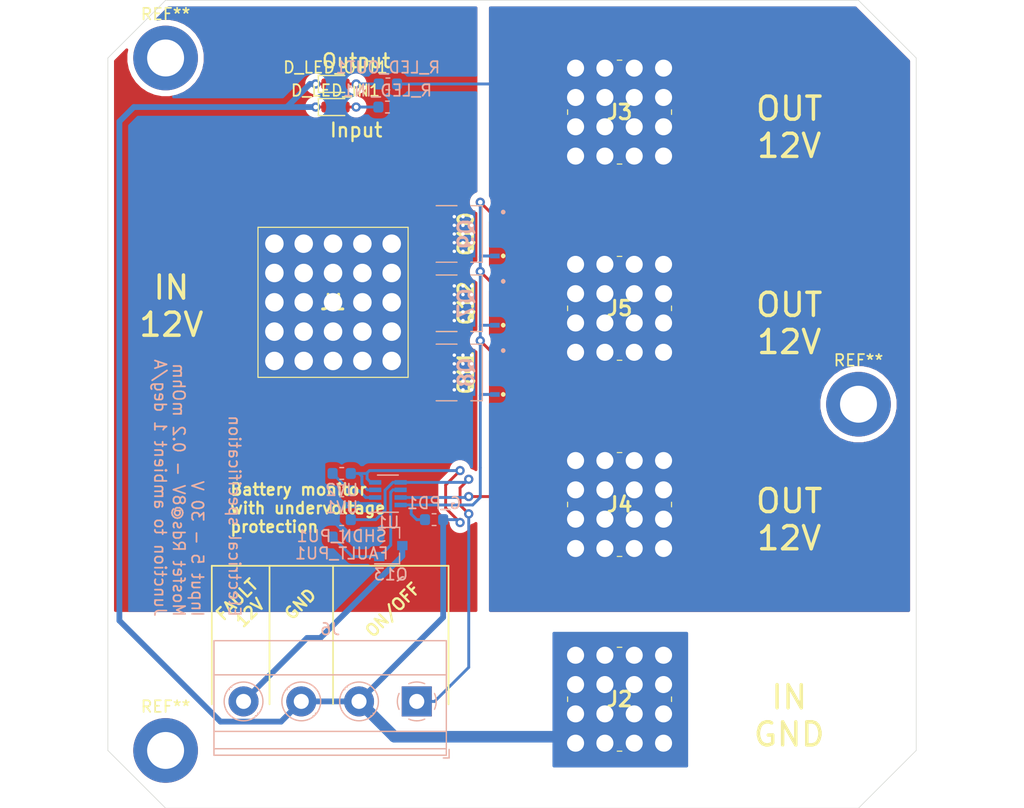
<source format=kicad_pcb>
(kicad_pcb (version 20171130) (host pcbnew "(5.1.6)-1")

  (general
    (thickness 1.6)
    (drawings 25)
    (tracks 179)
    (zones 0)
    (modules 26)
    (nets 11)
  )

  (page A4)
  (layers
    (0 F.Cu signal)
    (31 B.Cu signal)
    (32 B.Adhes user)
    (33 F.Adhes user)
    (34 B.Paste user)
    (35 F.Paste user)
    (36 B.SilkS user)
    (37 F.SilkS user)
    (38 B.Mask user)
    (39 F.Mask user)
    (40 Dwgs.User user)
    (41 Cmts.User user)
    (42 Eco1.User user)
    (43 Eco2.User user)
    (44 Edge.Cuts user)
    (45 Margin user)
    (46 B.CrtYd user)
    (47 F.CrtYd user)
    (48 B.Fab user)
    (49 F.Fab user)
  )

  (setup
    (last_trace_width 0.5)
    (user_trace_width 0.5)
    (user_trace_width 1)
    (user_trace_width 1.5)
    (user_trace_width 2.5)
    (user_trace_width 3)
    (user_trace_width 3.5)
    (user_trace_width 5)
    (user_trace_width 7.5)
    (trace_clearance 0.2)
    (zone_clearance 0.508)
    (zone_45_only no)
    (trace_min 0.2)
    (via_size 0.8)
    (via_drill 0.4)
    (via_min_size 0.4)
    (via_min_drill 0.3)
    (user_via 0.6 0.3)
    (uvia_size 0.3)
    (uvia_drill 0.1)
    (uvias_allowed no)
    (uvia_min_size 0.2)
    (uvia_min_drill 0.1)
    (edge_width 0.05)
    (segment_width 0.2)
    (pcb_text_width 0.3)
    (pcb_text_size 1.5 1.5)
    (mod_edge_width 0.12)
    (mod_text_size 1 1)
    (mod_text_width 0.15)
    (pad_size 1.524 1.524)
    (pad_drill 0.762)
    (pad_to_mask_clearance 0.051)
    (solder_mask_min_width 0.25)
    (aux_axis_origin 0 0)
    (visible_elements 7FFFFFFF)
    (pcbplotparams
      (layerselection 0x010fc_ffffffff)
      (usegerberextensions false)
      (usegerberattributes true)
      (usegerberadvancedattributes true)
      (creategerberjobfile true)
      (excludeedgelayer true)
      (linewidth 0.100000)
      (plotframeref false)
      (viasonmask false)
      (mode 1)
      (useauxorigin false)
      (hpglpennumber 1)
      (hpglpenspeed 20)
      (hpglpendiameter 15.000000)
      (psnegative false)
      (psa4output false)
      (plotreference false)
      (plotvalue false)
      (plotinvisibletext false)
      (padsonsilk false)
      (subtractmaskfromsilk false)
      (outputformat 1)
      (mirror false)
      (drillshape 0)
      (scaleselection 1)
      (outputdirectory "../gerber/"))
  )

  (net 0 "")
  (net 1 GND)
  (net 2 12V_out)
  (net 3 12V_in)
  (net 4 gate_driver)
  (net 5 ~SHDN)
  (net 6 ~FAULT)
  (net 7 "Net-(D_LED_IN1-Pad2)")
  (net 8 "Net-(D_LED_OUT1-Pad2)")
  (net 9 "Net-(FAULT_PU1-Pad1)")
  (net 10 "Net-(U1-Pad2)")

  (net_class Default "This is the default net class."
    (clearance 0.2)
    (trace_width 0.25)
    (via_dia 0.8)
    (via_drill 0.4)
    (uvia_dia 0.3)
    (uvia_drill 0.1)
    (add_net 12V_in)
    (add_net 12V_out)
    (add_net GND)
    (add_net "Net-(D_LED_IN1-Pad2)")
    (add_net "Net-(D_LED_OUT1-Pad2)")
    (add_net "Net-(FAULT_PU1-Pad1)")
    (add_net "Net-(U1-Pad2)")
    (add_net gate_driver)
    (add_net ~FAULT)
    (add_net ~SHDN)
  )

  (module TerminalBlock_Phoenix:TerminalBlock_Phoenix_MKDS-1,5-4_1x04_P5.00mm_Horizontal (layer B.Cu) (tedit 5F057BB2) (tstamp 5F04D8D1)
    (at 123.75 146.75 180)
    (descr "Terminal Block Phoenix MKDS-1,5-4, 4 pins, pitch 5mm, size 20x9.8mm^2, drill diamater 1.3mm, pad diameter 2.6mm, see http://www.farnell.com/datasheets/100425.pdf, script-generated using https://github.com/pointhi/kicad-footprint-generator/scripts/TerminalBlock_Phoenix")
    (tags "THT Terminal Block Phoenix MKDS-1,5-4 pitch 5mm size 20x9.8mm^2 drill 1.3mm pad 2.6mm")
    (path /5F06C597)
    (fp_text reference J6 (at 7.5 6.26 180) (layer B.SilkS)
      (effects (font (size 1 1) (thickness 0.15)) (justify mirror))
    )
    (fp_text value Control (at 7.5 -5.66 180) (layer B.Fab)
      (effects (font (size 1 1) (thickness 0.15)) (justify mirror))
    )
    (fp_line (start 18 5.71) (end -3 5.71) (layer B.CrtYd) (width 0.05))
    (fp_line (start 18 -5.1) (end 18 5.71) (layer B.CrtYd) (width 0.05))
    (fp_line (start -3 -5.1) (end 18 -5.1) (layer B.CrtYd) (width 0.05))
    (fp_line (start -3 5.71) (end -3 -5.1) (layer B.CrtYd) (width 0.05))
    (fp_line (start -2.8 -4.9) (end -2.3 -4.9) (layer B.SilkS) (width 0.12))
    (fp_line (start -2.8 -4.16) (end -2.8 -4.9) (layer B.SilkS) (width 0.12))
    (fp_line (start 13.773 -1.023) (end 13.726 -1.069) (layer B.SilkS) (width 0.12))
    (fp_line (start 16.07 1.275) (end 16.035 1.239) (layer B.SilkS) (width 0.12))
    (fp_line (start 13.966 -1.239) (end 13.931 -1.274) (layer B.SilkS) (width 0.12))
    (fp_line (start 16.275 1.069) (end 16.228 1.023) (layer B.SilkS) (width 0.12))
    (fp_line (start 15.955 1.138) (end 13.863 -0.955) (layer B.Fab) (width 0.1))
    (fp_line (start 16.138 0.955) (end 14.046 -1.138) (layer B.Fab) (width 0.1))
    (fp_line (start 8.773 -1.023) (end 8.726 -1.069) (layer B.SilkS) (width 0.12))
    (fp_line (start 11.07 1.275) (end 11.035 1.239) (layer B.SilkS) (width 0.12))
    (fp_line (start 8.966 -1.239) (end 8.931 -1.274) (layer B.SilkS) (width 0.12))
    (fp_line (start 11.275 1.069) (end 11.228 1.023) (layer B.SilkS) (width 0.12))
    (fp_line (start 10.955 1.138) (end 8.863 -0.955) (layer B.Fab) (width 0.1))
    (fp_line (start 11.138 0.955) (end 9.046 -1.138) (layer B.Fab) (width 0.1))
    (fp_line (start 3.773 -1.023) (end 3.726 -1.069) (layer B.SilkS) (width 0.12))
    (fp_line (start 6.07 1.275) (end 6.035 1.239) (layer B.SilkS) (width 0.12))
    (fp_line (start 3.966 -1.239) (end 3.931 -1.274) (layer B.SilkS) (width 0.12))
    (fp_line (start 6.275 1.069) (end 6.228 1.023) (layer B.SilkS) (width 0.12))
    (fp_line (start 5.955 1.138) (end 3.863 -0.955) (layer B.Fab) (width 0.1))
    (fp_line (start 6.138 0.955) (end 4.046 -1.138) (layer B.Fab) (width 0.1))
    (fp_line (start 0.955 1.138) (end -1.138 -0.955) (layer B.Fab) (width 0.1))
    (fp_line (start 1.138 0.955) (end -0.955 -1.138) (layer B.Fab) (width 0.1))
    (fp_line (start 17.561 5.261) (end 17.561 -4.66) (layer B.SilkS) (width 0.12))
    (fp_line (start -2.56 5.261) (end -2.56 -4.66) (layer B.SilkS) (width 0.12))
    (fp_line (start -2.56 -4.66) (end 17.561 -4.66) (layer B.SilkS) (width 0.12))
    (fp_line (start -2.56 5.261) (end 17.561 5.261) (layer B.SilkS) (width 0.12))
    (fp_line (start -2.56 2.301) (end 17.561 2.301) (layer B.SilkS) (width 0.12))
    (fp_line (start -2.5 2.3) (end 17.5 2.3) (layer B.Fab) (width 0.1))
    (fp_line (start -2.56 -2.6) (end 17.561 -2.6) (layer B.SilkS) (width 0.12))
    (fp_line (start -2.5 -2.6) (end 17.5 -2.6) (layer B.Fab) (width 0.1))
    (fp_line (start -2.56 -4.1) (end 17.561 -4.1) (layer B.SilkS) (width 0.12))
    (fp_line (start -2.5 -4.1) (end 17.5 -4.1) (layer B.Fab) (width 0.1))
    (fp_line (start -2.5 -4.1) (end -2.5 5.2) (layer B.Fab) (width 0.1))
    (fp_line (start -2 -4.6) (end -2.5 -4.1) (layer B.Fab) (width 0.1))
    (fp_line (start 17.5 -4.6) (end -2 -4.6) (layer B.Fab) (width 0.1))
    (fp_line (start 17.5 5.2) (end 17.5 -4.6) (layer B.Fab) (width 0.1))
    (fp_line (start -2.5 5.2) (end 17.5 5.2) (layer B.Fab) (width 0.1))
    (fp_circle (center 15 0) (end 16.68 0) (layer B.SilkS) (width 0.12))
    (fp_circle (center 15 0) (end 16.5 0) (layer B.Fab) (width 0.1))
    (fp_circle (center 10 0) (end 11.68 0) (layer B.SilkS) (width 0.12))
    (fp_circle (center 10 0) (end 11.5 0) (layer B.Fab) (width 0.1))
    (fp_circle (center 5 0) (end 6.68 0) (layer B.SilkS) (width 0.12))
    (fp_circle (center 5 0) (end 6.5 0) (layer B.Fab) (width 0.1))
    (fp_circle (center 0 0) (end 1.5 0) (layer B.Fab) (width 0.1))
    (fp_arc (start 0 0) (end 0 -1.68) (angle 24) (layer B.SilkS) (width 0.12))
    (fp_arc (start 0 0) (end 1.535 -0.684) (angle 48) (layer B.SilkS) (width 0.12))
    (fp_arc (start 0 0) (end 0.684 1.535) (angle 48) (layer B.SilkS) (width 0.12))
    (fp_arc (start 0 0) (end -1.535 0.684) (angle 48) (layer B.SilkS) (width 0.12))
    (fp_arc (start 0 0) (end -0.684 -1.535) (angle 25) (layer B.SilkS) (width 0.12))
    (fp_text user %R (at 7.5 -3.2 180) (layer B.Fab)
      (effects (font (size 1 1) (thickness 0.15)) (justify mirror))
    )
    (pad 1 thru_hole rect (at 0 0 180) (size 2.6 2.6) (drill 1.3) (layers *.Cu *.Mask)
      (net 5 ~SHDN))
    (pad 2 thru_hole circle (at 5 0 180) (size 2.6 2.6) (drill 1.3) (layers *.Cu *.Mask)
      (net 1 GND))
    (pad 3 thru_hole circle (at 10 0 180) (size 2.6 2.6) (drill 1.3) (layers *.Cu *.Mask)
      (net 1 GND))
    (pad 4 thru_hole circle (at 15 0 180) (size 2.6 2.6) (drill 1.3) (layers *.Cu *.Mask)
      (net 6 ~FAULT))
    (model ${KISYS3DMOD}/TerminalBlock_Phoenix.3dshapes/TerminalBlock_Phoenix_MKDS-1,5-4_1x04_P5.00mm_Horizontal.wrl
      (at (xyz 0 0 0))
      (scale (xyz 1 1 1))
      (rotate (xyz 0 0 0))
    )
    (model ${PRIVATE_LIB}/packages3d/connectors.3dshapes/Phoenix_pxc_1935187_04_PT-1-5-4-5-0-H_3D.stp
      (offset (xyz 35 -44.5 37.5))
      (scale (xyz 1 1 1))
      (rotate (xyz 90 0 -90))
    )
  )

  (module MountingHole:MountingHole_3.2mm_M3_DIN965_Pad (layer F.Cu) (tedit 56D1B4CB) (tstamp 5F04E89B)
    (at 162 121)
    (descr "Mounting Hole 3.2mm, M3, DIN965")
    (tags "mounting hole 3.2mm m3 din965")
    (attr virtual)
    (fp_text reference REF** (at 0 -3.8) (layer F.SilkS)
      (effects (font (size 1 1) (thickness 0.15)))
    )
    (fp_text value MountingHole_3.2mm_M3_DIN965_Pad (at 0 3.8) (layer F.Fab)
      (effects (font (size 1 1) (thickness 0.15)))
    )
    (fp_circle (center 0 0) (end 3.05 0) (layer F.CrtYd) (width 0.05))
    (fp_circle (center 0 0) (end 2.8 0) (layer Cmts.User) (width 0.15))
    (fp_text user %R (at 0.3 0) (layer F.Fab)
      (effects (font (size 1 1) (thickness 0.15)))
    )
    (pad 1 thru_hole circle (at 0 0) (size 5.6 5.6) (drill 3.2) (layers *.Cu *.Mask))
  )

  (module MountingHole:MountingHole_3.2mm_M3_DIN965_Pad (layer F.Cu) (tedit 56D1B4CB) (tstamp 5F04E89B)
    (at 102 91)
    (descr "Mounting Hole 3.2mm, M3, DIN965")
    (tags "mounting hole 3.2mm m3 din965")
    (attr virtual)
    (fp_text reference REF** (at 0 -3.8) (layer F.SilkS)
      (effects (font (size 1 1) (thickness 0.15)))
    )
    (fp_text value MountingHole_3.2mm_M3_DIN965_Pad (at 0 3.8) (layer F.Fab)
      (effects (font (size 1 1) (thickness 0.15)))
    )
    (fp_circle (center 0 0) (end 3.05 0) (layer F.CrtYd) (width 0.05))
    (fp_circle (center 0 0) (end 2.8 0) (layer Cmts.User) (width 0.15))
    (fp_text user %R (at 0.3 0) (layer F.Fab)
      (effects (font (size 1 1) (thickness 0.15)))
    )
    (pad 1 thru_hole circle (at 0 0) (size 5.6 5.6) (drill 3.2) (layers *.Cu *.Mask))
  )

  (module MountingHole:MountingHole_3.2mm_M3_DIN965_Pad (layer F.Cu) (tedit 56D1B4CB) (tstamp 5F04D818)
    (at 102 151)
    (descr "Mounting Hole 3.2mm, M3, DIN965")
    (tags "mounting hole 3.2mm m3 din965")
    (attr virtual)
    (fp_text reference REF** (at 0 -3.8) (layer F.SilkS)
      (effects (font (size 1 1) (thickness 0.15)))
    )
    (fp_text value MountingHole_3.2mm_M3_DIN965_Pad (at 0 3.8) (layer F.Fab)
      (effects (font (size 1 1) (thickness 0.15)))
    )
    (fp_circle (center 0 0) (end 3.05 0) (layer F.CrtYd) (width 0.05))
    (fp_circle (center 0 0) (end 2.8 0) (layer Cmts.User) (width 0.15))
    (fp_text user %R (at 0.3 0) (layer F.Fab)
      (effects (font (size 1 1) (thickness 0.15)))
    )
    (pad 1 thru_hole circle (at 0 0) (size 5.6 5.6) (drill 3.2) (layers *.Cu *.Mask))
  )

  (module mosfet:SQJA72EPT1_GE3 (layer B.Cu) (tedit 5F03774E) (tstamp 5F04A51C)
    (at 129.435 112.25 270)
    (descr "PowerPAK SO-8L Single")
    (tags "MOSFET (N-Channel)")
    (path /5F076669)
    (attr smd)
    (fp_text reference Q7 (at 0 1.43 90) (layer B.SilkS)
      (effects (font (size 1.27 1.27) (thickness 0.254)) (justify mirror))
    )
    (fp_text value Q_NMOS_SGD (at 0 1.43 90) (layer B.SilkS) hide
      (effects (font (size 1.27 1.27) (thickness 0.254)) (justify mirror))
    )
    (fp_line (start -1.8 -1.8) (end -1.8 -1.8) (layer B.SilkS) (width 0.2))
    (fp_line (start -2 -1.8) (end -2 -1.8) (layer B.SilkS) (width 0.2))
    (fp_line (start 2.45 4) (end 2.45 2.2) (layer B.SilkS) (width 0.1))
    (fp_line (start 2.45 0) (end 2.45 1) (layer B.SilkS) (width 0.1))
    (fp_line (start -2.45 0) (end 2.45 0) (layer B.SilkS) (width 0.1))
    (fp_line (start -2.45 1) (end -2.45 0) (layer B.SilkS) (width 0.1))
    (fp_line (start -2.45 4) (end -2.45 2.2) (layer B.SilkS) (width 0.1))
    (fp_line (start -3.626 -2.9) (end -3.626 5.76) (layer B.CrtYd) (width 0.1))
    (fp_line (start 3.625 -2.9) (end -3.626 -2.9) (layer B.CrtYd) (width 0.1))
    (fp_line (start 3.625 5.76) (end 3.625 -2.9) (layer B.CrtYd) (width 0.1))
    (fp_line (start -3.626 5.76) (end 3.625 5.76) (layer B.CrtYd) (width 0.1))
    (fp_line (start -2.45 0) (end -2.45 4.37) (layer B.Fab) (width 0.2))
    (fp_line (start 2.45 0) (end -2.45 0) (layer B.Fab) (width 0.2))
    (fp_line (start 2.45 4.37) (end 2.45 0) (layer B.Fab) (width 0.2))
    (fp_line (start -2.45 4.37) (end 2.45 4.37) (layer B.Fab) (width 0.2))
    (fp_arc (start -1.9 -1.8) (end -1.8 -1.8) (angle -180) (layer B.SilkS) (width 0.2))
    (fp_arc (start -1.9 -1.8) (end -2 -1.8) (angle -180) (layer B.SilkS) (width 0.2))
    (fp_text user %R (at 0 1.43 90) (layer B.Fab)
      (effects (font (size 1.27 1.27) (thickness 0.254)) (justify mirror))
    )
    (pad 3 smd rect (at 0 4.505 180) (size 0.51 5) (layers B.Cu B.Paste B.Mask)
      (net 3 12V_in))
    (pad 3 smd rect (at 2.328 1.634 270) (size 0.595 0.61) (layers B.Cu B.Paste B.Mask)
      (net 3 12V_in))
    (pad 3 smd rect (at -2.328 1.634 270) (size 0.595 0.61) (layers B.Cu B.Paste B.Mask)
      (net 3 12V_in))
    (pad 3 smd rect (at 0 2.435 180) (size 3.63 4.061) (layers B.Cu B.Paste B.Mask)
      (net 3 12V_in))
    (pad 2 smd rect (at 1.905 -1.081 270) (size 0.41 0.82) (layers B.Cu B.Paste B.Mask)
      (net 4 gate_driver))
    (pad 1 smd rect (at 0.635 -1.081 270) (size 0.41 0.82) (layers B.Cu B.Paste B.Mask)
      (net 2 12V_out))
    (pad 1 smd rect (at -0.635 -1.081 270) (size 0.41 0.82) (layers B.Cu B.Paste B.Mask)
      (net 2 12V_out))
    (pad 1 smd rect (at -1.905 -1.081 270) (size 0.41 0.82) (layers B.Cu B.Paste B.Mask)
      (net 2 12V_out))
    (model ${PRIVATE_LIB}/packages3d/mosfet.3dshapes/PowerPAK_SO-8L_SINGLE.STEP
      (offset (xyz 0 2 0))
      (scale (xyz 1 1 1))
      (rotate (xyz -90 0 90))
    )
  )

  (module mosfet:SQJA72EPT1_GE3 (layer B.Cu) (tedit 5F03774E) (tstamp 5F044B90)
    (at 129.435 118.25 270)
    (descr "PowerPAK SO-8L Single")
    (tags "MOSFET (N-Channel)")
    (path /5F0772D1)
    (attr smd)
    (fp_text reference Q8 (at 0 1.43 90) (layer B.SilkS)
      (effects (font (size 1.27 1.27) (thickness 0.254)) (justify mirror))
    )
    (fp_text value Q_NMOS_SGD (at 0 1.43 90) (layer B.SilkS) hide
      (effects (font (size 1.27 1.27) (thickness 0.254)) (justify mirror))
    )
    (fp_line (start -1.8 -1.8) (end -1.8 -1.8) (layer B.SilkS) (width 0.2))
    (fp_line (start -2 -1.8) (end -2 -1.8) (layer B.SilkS) (width 0.2))
    (fp_line (start 2.45 4) (end 2.45 2.2) (layer B.SilkS) (width 0.1))
    (fp_line (start 2.45 0) (end 2.45 1) (layer B.SilkS) (width 0.1))
    (fp_line (start -2.45 0) (end 2.45 0) (layer B.SilkS) (width 0.1))
    (fp_line (start -2.45 1) (end -2.45 0) (layer B.SilkS) (width 0.1))
    (fp_line (start -2.45 4) (end -2.45 2.2) (layer B.SilkS) (width 0.1))
    (fp_line (start -3.626 -2.9) (end -3.626 5.76) (layer B.CrtYd) (width 0.1))
    (fp_line (start 3.625 -2.9) (end -3.626 -2.9) (layer B.CrtYd) (width 0.1))
    (fp_line (start 3.625 5.76) (end 3.625 -2.9) (layer B.CrtYd) (width 0.1))
    (fp_line (start -3.626 5.76) (end 3.625 5.76) (layer B.CrtYd) (width 0.1))
    (fp_line (start -2.45 0) (end -2.45 4.37) (layer B.Fab) (width 0.2))
    (fp_line (start 2.45 0) (end -2.45 0) (layer B.Fab) (width 0.2))
    (fp_line (start 2.45 4.37) (end 2.45 0) (layer B.Fab) (width 0.2))
    (fp_line (start -2.45 4.37) (end 2.45 4.37) (layer B.Fab) (width 0.2))
    (fp_arc (start -1.9 -1.8) (end -1.8 -1.8) (angle -180) (layer B.SilkS) (width 0.2))
    (fp_arc (start -1.9 -1.8) (end -2 -1.8) (angle -180) (layer B.SilkS) (width 0.2))
    (fp_text user %R (at 0 1.43 90) (layer B.Fab)
      (effects (font (size 1.27 1.27) (thickness 0.254)) (justify mirror))
    )
    (pad 3 smd rect (at 0 4.505 180) (size 0.51 5) (layers B.Cu B.Paste B.Mask)
      (net 3 12V_in))
    (pad 3 smd rect (at 2.328 1.634 270) (size 0.595 0.61) (layers B.Cu B.Paste B.Mask)
      (net 3 12V_in))
    (pad 3 smd rect (at -2.328 1.634 270) (size 0.595 0.61) (layers B.Cu B.Paste B.Mask)
      (net 3 12V_in))
    (pad 3 smd rect (at 0 2.435 180) (size 3.63 4.061) (layers B.Cu B.Paste B.Mask)
      (net 3 12V_in))
    (pad 2 smd rect (at 1.905 -1.081 270) (size 0.41 0.82) (layers B.Cu B.Paste B.Mask)
      (net 4 gate_driver))
    (pad 1 smd rect (at 0.635 -1.081 270) (size 0.41 0.82) (layers B.Cu B.Paste B.Mask)
      (net 2 12V_out))
    (pad 1 smd rect (at -0.635 -1.081 270) (size 0.41 0.82) (layers B.Cu B.Paste B.Mask)
      (net 2 12V_out))
    (pad 1 smd rect (at -1.905 -1.081 270) (size 0.41 0.82) (layers B.Cu B.Paste B.Mask)
      (net 2 12V_out))
    (model ${PRIVATE_LIB}/packages3d/mosfet.3dshapes/PowerPAK_SO-8L_SINGLE.STEP
      (offset (xyz 0 2 0))
      (scale (xyz 1 1 1))
      (rotate (xyz -90 0 90))
    )
  )

  (module mosfet:SQJA72EPT1_GE3 (layer B.Cu) (tedit 5F03774E) (tstamp 5F044BAE)
    (at 129.435 106.25 270)
    (descr "PowerPAK SO-8L Single")
    (tags "MOSFET (N-Channel)")
    (path /5F079A15)
    (attr smd)
    (fp_text reference Q9 (at 0 1.43 90) (layer B.SilkS)
      (effects (font (size 1.27 1.27) (thickness 0.254)) (justify mirror))
    )
    (fp_text value Q_NMOS_SGD (at 0 1.43 90) (layer B.SilkS) hide
      (effects (font (size 1.27 1.27) (thickness 0.254)) (justify mirror))
    )
    (fp_line (start -1.8 -1.8) (end -1.8 -1.8) (layer B.SilkS) (width 0.2))
    (fp_line (start -2 -1.8) (end -2 -1.8) (layer B.SilkS) (width 0.2))
    (fp_line (start 2.45 4) (end 2.45 2.2) (layer B.SilkS) (width 0.1))
    (fp_line (start 2.45 0) (end 2.45 1) (layer B.SilkS) (width 0.1))
    (fp_line (start -2.45 0) (end 2.45 0) (layer B.SilkS) (width 0.1))
    (fp_line (start -2.45 1) (end -2.45 0) (layer B.SilkS) (width 0.1))
    (fp_line (start -2.45 4) (end -2.45 2.2) (layer B.SilkS) (width 0.1))
    (fp_line (start -3.626 -2.9) (end -3.626 5.76) (layer B.CrtYd) (width 0.1))
    (fp_line (start 3.625 -2.9) (end -3.626 -2.9) (layer B.CrtYd) (width 0.1))
    (fp_line (start 3.625 5.76) (end 3.625 -2.9) (layer B.CrtYd) (width 0.1))
    (fp_line (start -3.626 5.76) (end 3.625 5.76) (layer B.CrtYd) (width 0.1))
    (fp_line (start -2.45 0) (end -2.45 4.37) (layer B.Fab) (width 0.2))
    (fp_line (start 2.45 0) (end -2.45 0) (layer B.Fab) (width 0.2))
    (fp_line (start 2.45 4.37) (end 2.45 0) (layer B.Fab) (width 0.2))
    (fp_line (start -2.45 4.37) (end 2.45 4.37) (layer B.Fab) (width 0.2))
    (fp_arc (start -1.9 -1.8) (end -1.8 -1.8) (angle -180) (layer B.SilkS) (width 0.2))
    (fp_arc (start -1.9 -1.8) (end -2 -1.8) (angle -180) (layer B.SilkS) (width 0.2))
    (fp_text user %R (at 0 1.43 90) (layer B.Fab)
      (effects (font (size 1.27 1.27) (thickness 0.254)) (justify mirror))
    )
    (pad 3 smd rect (at 0 4.505 180) (size 0.51 5) (layers B.Cu B.Paste B.Mask)
      (net 3 12V_in))
    (pad 3 smd rect (at 2.328 1.634 270) (size 0.595 0.61) (layers B.Cu B.Paste B.Mask)
      (net 3 12V_in))
    (pad 3 smd rect (at -2.328 1.634 270) (size 0.595 0.61) (layers B.Cu B.Paste B.Mask)
      (net 3 12V_in))
    (pad 3 smd rect (at 0 2.435 180) (size 3.63 4.061) (layers B.Cu B.Paste B.Mask)
      (net 3 12V_in))
    (pad 2 smd rect (at 1.905 -1.081 270) (size 0.41 0.82) (layers B.Cu B.Paste B.Mask)
      (net 4 gate_driver))
    (pad 1 smd rect (at 0.635 -1.081 270) (size 0.41 0.82) (layers B.Cu B.Paste B.Mask)
      (net 2 12V_out))
    (pad 1 smd rect (at -0.635 -1.081 270) (size 0.41 0.82) (layers B.Cu B.Paste B.Mask)
      (net 2 12V_out))
    (pad 1 smd rect (at -1.905 -1.081 270) (size 0.41 0.82) (layers B.Cu B.Paste B.Mask)
      (net 2 12V_out))
    (model ${PRIVATE_LIB}/packages3d/mosfet.3dshapes/PowerPAK_SO-8L_SINGLE.STEP
      (offset (xyz 0 2 0))
      (scale (xyz 1 1 1))
      (rotate (xyz -90 0 90))
    )
  )

  (module mosfet:SQJA72EPT1_GE3 (layer F.Cu) (tedit 5F03774E) (tstamp 5F0450B6)
    (at 129.435 106.25 90)
    (descr "PowerPAK SO-8L Single")
    (tags "MOSFET (N-Channel)")
    (path /5F077BF2)
    (attr smd)
    (fp_text reference Q10 (at 0 -1.43 90) (layer F.SilkS)
      (effects (font (size 1.27 1.27) (thickness 0.254)))
    )
    (fp_text value Q_NMOS_SGD (at 0 -1.43 90) (layer F.SilkS) hide
      (effects (font (size 1.27 1.27) (thickness 0.254)))
    )
    (fp_line (start -1.8 1.8) (end -1.8 1.8) (layer F.SilkS) (width 0.2))
    (fp_line (start -2 1.8) (end -2 1.8) (layer F.SilkS) (width 0.2))
    (fp_line (start 2.45 -4) (end 2.45 -2.2) (layer F.SilkS) (width 0.1))
    (fp_line (start 2.45 0) (end 2.45 -1) (layer F.SilkS) (width 0.1))
    (fp_line (start -2.45 0) (end 2.45 0) (layer F.SilkS) (width 0.1))
    (fp_line (start -2.45 -1) (end -2.45 0) (layer F.SilkS) (width 0.1))
    (fp_line (start -2.45 -4) (end -2.45 -2.2) (layer F.SilkS) (width 0.1))
    (fp_line (start -3.626 2.9) (end -3.626 -5.76) (layer F.CrtYd) (width 0.1))
    (fp_line (start 3.625 2.9) (end -3.626 2.9) (layer F.CrtYd) (width 0.1))
    (fp_line (start 3.625 -5.76) (end 3.625 2.9) (layer F.CrtYd) (width 0.1))
    (fp_line (start -3.626 -5.76) (end 3.625 -5.76) (layer F.CrtYd) (width 0.1))
    (fp_line (start -2.45 0) (end -2.45 -4.37) (layer F.Fab) (width 0.2))
    (fp_line (start 2.45 0) (end -2.45 0) (layer F.Fab) (width 0.2))
    (fp_line (start 2.45 -4.37) (end 2.45 0) (layer F.Fab) (width 0.2))
    (fp_line (start -2.45 -4.37) (end 2.45 -4.37) (layer F.Fab) (width 0.2))
    (fp_arc (start -1.9 1.8) (end -1.8 1.8) (angle 180) (layer F.SilkS) (width 0.2))
    (fp_arc (start -1.9 1.8) (end -2 1.8) (angle 180) (layer F.SilkS) (width 0.2))
    (fp_text user %R (at 0 -1.43 90) (layer F.Fab)
      (effects (font (size 1.27 1.27) (thickness 0.254)))
    )
    (pad 3 smd rect (at 0 -4.505 180) (size 0.51 5) (layers F.Cu F.Paste F.Mask)
      (net 3 12V_in))
    (pad 3 smd rect (at 2.328 -1.634 90) (size 0.595 0.61) (layers F.Cu F.Paste F.Mask)
      (net 3 12V_in))
    (pad 3 smd rect (at -2.328 -1.634 90) (size 0.595 0.61) (layers F.Cu F.Paste F.Mask)
      (net 3 12V_in))
    (pad 3 smd rect (at 0 -2.435 180) (size 3.63 4.061) (layers F.Cu F.Paste F.Mask)
      (net 3 12V_in))
    (pad 2 smd rect (at 1.905 1.081 90) (size 0.41 0.82) (layers F.Cu F.Paste F.Mask)
      (net 4 gate_driver))
    (pad 1 smd rect (at 0.635 1.081 90) (size 0.41 0.82) (layers F.Cu F.Paste F.Mask)
      (net 2 12V_out))
    (pad 1 smd rect (at -0.635 1.081 90) (size 0.41 0.82) (layers F.Cu F.Paste F.Mask)
      (net 2 12V_out))
    (pad 1 smd rect (at -1.905 1.081 90) (size 0.41 0.82) (layers F.Cu F.Paste F.Mask)
      (net 2 12V_out))
    (model ${PRIVATE_LIB}/packages3d/mosfet.3dshapes/PowerPAK_SO-8L_SINGLE.STEP
      (offset (xyz 0 2 0))
      (scale (xyz 1 1 1))
      (rotate (xyz -90 0 90))
    )
  )

  (module mosfet:SQJA72EPT1_GE3 (layer F.Cu) (tedit 5F03774E) (tstamp 5F044BEA)
    (at 129.435 118.25 90)
    (descr "PowerPAK SO-8L Single")
    (tags "MOSFET (N-Channel)")
    (path /5F0787B8)
    (attr smd)
    (fp_text reference Q11 (at 0 -1.43 90) (layer F.SilkS)
      (effects (font (size 1.27 1.27) (thickness 0.254)))
    )
    (fp_text value Q_NMOS_SGD (at 0 -1.43 90) (layer F.SilkS) hide
      (effects (font (size 1.27 1.27) (thickness 0.254)))
    )
    (fp_line (start -1.8 1.8) (end -1.8 1.8) (layer F.SilkS) (width 0.2))
    (fp_line (start -2 1.8) (end -2 1.8) (layer F.SilkS) (width 0.2))
    (fp_line (start 2.45 -4) (end 2.45 -2.2) (layer F.SilkS) (width 0.1))
    (fp_line (start 2.45 0) (end 2.45 -1) (layer F.SilkS) (width 0.1))
    (fp_line (start -2.45 0) (end 2.45 0) (layer F.SilkS) (width 0.1))
    (fp_line (start -2.45 -1) (end -2.45 0) (layer F.SilkS) (width 0.1))
    (fp_line (start -2.45 -4) (end -2.45 -2.2) (layer F.SilkS) (width 0.1))
    (fp_line (start -3.626 2.9) (end -3.626 -5.76) (layer F.CrtYd) (width 0.1))
    (fp_line (start 3.625 2.9) (end -3.626 2.9) (layer F.CrtYd) (width 0.1))
    (fp_line (start 3.625 -5.76) (end 3.625 2.9) (layer F.CrtYd) (width 0.1))
    (fp_line (start -3.626 -5.76) (end 3.625 -5.76) (layer F.CrtYd) (width 0.1))
    (fp_line (start -2.45 0) (end -2.45 -4.37) (layer F.Fab) (width 0.2))
    (fp_line (start 2.45 0) (end -2.45 0) (layer F.Fab) (width 0.2))
    (fp_line (start 2.45 -4.37) (end 2.45 0) (layer F.Fab) (width 0.2))
    (fp_line (start -2.45 -4.37) (end 2.45 -4.37) (layer F.Fab) (width 0.2))
    (fp_arc (start -1.9 1.8) (end -1.8 1.8) (angle 180) (layer F.SilkS) (width 0.2))
    (fp_arc (start -1.9 1.8) (end -2 1.8) (angle 180) (layer F.SilkS) (width 0.2))
    (fp_text user %R (at 0 -1.43 90) (layer F.Fab)
      (effects (font (size 1.27 1.27) (thickness 0.254)))
    )
    (pad 3 smd rect (at 0 -4.505 180) (size 0.51 5) (layers F.Cu F.Paste F.Mask)
      (net 3 12V_in))
    (pad 3 smd rect (at 2.328 -1.634 90) (size 0.595 0.61) (layers F.Cu F.Paste F.Mask)
      (net 3 12V_in))
    (pad 3 smd rect (at -2.328 -1.634 90) (size 0.595 0.61) (layers F.Cu F.Paste F.Mask)
      (net 3 12V_in))
    (pad 3 smd rect (at 0 -2.435 180) (size 3.63 4.061) (layers F.Cu F.Paste F.Mask)
      (net 3 12V_in))
    (pad 2 smd rect (at 1.905 1.081 90) (size 0.41 0.82) (layers F.Cu F.Paste F.Mask)
      (net 4 gate_driver))
    (pad 1 smd rect (at 0.635 1.081 90) (size 0.41 0.82) (layers F.Cu F.Paste F.Mask)
      (net 2 12V_out))
    (pad 1 smd rect (at -0.635 1.081 90) (size 0.41 0.82) (layers F.Cu F.Paste F.Mask)
      (net 2 12V_out))
    (pad 1 smd rect (at -1.905 1.081 90) (size 0.41 0.82) (layers F.Cu F.Paste F.Mask)
      (net 2 12V_out))
    (model ${PRIVATE_LIB}/packages3d/mosfet.3dshapes/PowerPAK_SO-8L_SINGLE.STEP
      (offset (xyz 0 2 0))
      (scale (xyz 1 1 1))
      (rotate (xyz -90 0 90))
    )
  )

  (module mosfet:SQJA72EPT1_GE3 (layer F.Cu) (tedit 5F03774E) (tstamp 5F044C08)
    (at 129.435 112.25 90)
    (descr "PowerPAK SO-8L Single")
    (tags "MOSFET (N-Channel)")
    (path /5F07A54C)
    (attr smd)
    (fp_text reference Q12 (at 0 -1.43 90) (layer F.SilkS)
      (effects (font (size 1.27 1.27) (thickness 0.254)))
    )
    (fp_text value Q_NMOS_SGD (at 0 -1.43 90) (layer F.SilkS) hide
      (effects (font (size 1.27 1.27) (thickness 0.254)))
    )
    (fp_line (start -1.8 1.8) (end -1.8 1.8) (layer F.SilkS) (width 0.2))
    (fp_line (start -2 1.8) (end -2 1.8) (layer F.SilkS) (width 0.2))
    (fp_line (start 2.45 -4) (end 2.45 -2.2) (layer F.SilkS) (width 0.1))
    (fp_line (start 2.45 0) (end 2.45 -1) (layer F.SilkS) (width 0.1))
    (fp_line (start -2.45 0) (end 2.45 0) (layer F.SilkS) (width 0.1))
    (fp_line (start -2.45 -1) (end -2.45 0) (layer F.SilkS) (width 0.1))
    (fp_line (start -2.45 -4) (end -2.45 -2.2) (layer F.SilkS) (width 0.1))
    (fp_line (start -3.626 2.9) (end -3.626 -5.76) (layer F.CrtYd) (width 0.1))
    (fp_line (start 3.625 2.9) (end -3.626 2.9) (layer F.CrtYd) (width 0.1))
    (fp_line (start 3.625 -5.76) (end 3.625 2.9) (layer F.CrtYd) (width 0.1))
    (fp_line (start -3.626 -5.76) (end 3.625 -5.76) (layer F.CrtYd) (width 0.1))
    (fp_line (start -2.45 0) (end -2.45 -4.37) (layer F.Fab) (width 0.2))
    (fp_line (start 2.45 0) (end -2.45 0) (layer F.Fab) (width 0.2))
    (fp_line (start 2.45 -4.37) (end 2.45 0) (layer F.Fab) (width 0.2))
    (fp_line (start -2.45 -4.37) (end 2.45 -4.37) (layer F.Fab) (width 0.2))
    (fp_arc (start -1.9 1.8) (end -1.8 1.8) (angle 180) (layer F.SilkS) (width 0.2))
    (fp_arc (start -1.9 1.8) (end -2 1.8) (angle 180) (layer F.SilkS) (width 0.2))
    (fp_text user %R (at 0 -1.43 90) (layer F.Fab)
      (effects (font (size 1.27 1.27) (thickness 0.254)))
    )
    (pad 3 smd rect (at 0 -4.505 180) (size 0.51 5) (layers F.Cu F.Paste F.Mask)
      (net 3 12V_in))
    (pad 3 smd rect (at 2.328 -1.634 90) (size 0.595 0.61) (layers F.Cu F.Paste F.Mask)
      (net 3 12V_in))
    (pad 3 smd rect (at -2.328 -1.634 90) (size 0.595 0.61) (layers F.Cu F.Paste F.Mask)
      (net 3 12V_in))
    (pad 3 smd rect (at 0 -2.435 180) (size 3.63 4.061) (layers F.Cu F.Paste F.Mask)
      (net 3 12V_in))
    (pad 2 smd rect (at 1.905 1.081 90) (size 0.41 0.82) (layers F.Cu F.Paste F.Mask)
      (net 4 gate_driver))
    (pad 1 smd rect (at 0.635 1.081 90) (size 0.41 0.82) (layers F.Cu F.Paste F.Mask)
      (net 2 12V_out))
    (pad 1 smd rect (at -0.635 1.081 90) (size 0.41 0.82) (layers F.Cu F.Paste F.Mask)
      (net 2 12V_out))
    (pad 1 smd rect (at -1.905 1.081 90) (size 0.41 0.82) (layers F.Cu F.Paste F.Mask)
      (net 2 12V_out))
    (model ${PRIVATE_LIB}/packages3d/mosfet.3dshapes/PowerPAK_SO-8L_SINGLE.STEP
      (offset (xyz 0 2 0))
      (scale (xyz 1 1 1))
      (rotate (xyz -90 0 90))
    )
  )

  (module Resistor_SMD:R_0603_1608Metric (layer B.Cu) (tedit 5B301BBD) (tstamp 5F0336D6)
    (at 117.25 128.5)
    (descr "Resistor SMD 0603 (1608 Metric), square (rectangular) end terminal, IPC_7351 nominal, (Body size source: http://www.tortai-tech.com/upload/download/2011102023233369053.pdf), generated with kicad-footprint-generator")
    (tags resistor)
    (path /5F07CB49)
    (attr smd)
    (fp_text reference UV1 (at 0 1.43) (layer B.SilkS)
      (effects (font (size 1 1) (thickness 0.15)) (justify mirror))
    )
    (fp_text value 10k (at 0 -1.43) (layer B.Fab)
      (effects (font (size 1 1) (thickness 0.15)) (justify mirror))
    )
    (fp_line (start -0.8 -0.4) (end -0.8 0.4) (layer B.Fab) (width 0.1))
    (fp_line (start -0.8 0.4) (end 0.8 0.4) (layer B.Fab) (width 0.1))
    (fp_line (start 0.8 0.4) (end 0.8 -0.4) (layer B.Fab) (width 0.1))
    (fp_line (start 0.8 -0.4) (end -0.8 -0.4) (layer B.Fab) (width 0.1))
    (fp_line (start -0.162779 0.51) (end 0.162779 0.51) (layer B.SilkS) (width 0.12))
    (fp_line (start -0.162779 -0.51) (end 0.162779 -0.51) (layer B.SilkS) (width 0.12))
    (fp_line (start -1.48 -0.73) (end -1.48 0.73) (layer B.CrtYd) (width 0.05))
    (fp_line (start -1.48 0.73) (end 1.48 0.73) (layer B.CrtYd) (width 0.05))
    (fp_line (start 1.48 0.73) (end 1.48 -0.73) (layer B.CrtYd) (width 0.05))
    (fp_line (start 1.48 -0.73) (end -1.48 -0.73) (layer B.CrtYd) (width 0.05))
    (fp_text user %R (at 0 0) (layer B.Fab)
      (effects (font (size 0.4 0.4) (thickness 0.06)) (justify mirror))
    )
    (pad 2 smd roundrect (at 0.7875 0) (size 0.875 0.95) (layers B.Cu B.Paste B.Mask) (roundrect_rratio 0.25)
      (net 10 "Net-(U1-Pad2)"))
    (pad 1 smd roundrect (at -0.7875 0) (size 0.875 0.95) (layers B.Cu B.Paste B.Mask) (roundrect_rratio 0.25)
      (net 3 12V_in))
    (model ${KISYS3DMOD}/Resistor_SMD.3dshapes/R_0603_1608Metric.wrl
      (at (xyz 0 0 0))
      (scale (xyz 1 1 1))
      (rotate (xyz 0 0 0))
    )
  )

  (module Resistor_SMD:R_0603_1608Metric (layer B.Cu) (tedit 5B301BBD) (tstamp 5F0336E7)
    (at 117.25 127)
    (descr "Resistor SMD 0603 (1608 Metric), square (rectangular) end terminal, IPC_7351 nominal, (Body size source: http://www.tortai-tech.com/upload/download/2011102023233369053.pdf), generated with kicad-footprint-generator")
    (tags resistor)
    (path /5F07D88D)
    (attr smd)
    (fp_text reference UV2 (at 0 1.43) (layer B.SilkS)
      (effects (font (size 1 1) (thickness 0.15)) (justify mirror))
    )
    (fp_text value 470R (at 0 -1.43) (layer B.Fab)
      (effects (font (size 1 1) (thickness 0.15)) (justify mirror))
    )
    (fp_line (start -0.8 -0.4) (end -0.8 0.4) (layer B.Fab) (width 0.1))
    (fp_line (start -0.8 0.4) (end 0.8 0.4) (layer B.Fab) (width 0.1))
    (fp_line (start 0.8 0.4) (end 0.8 -0.4) (layer B.Fab) (width 0.1))
    (fp_line (start 0.8 -0.4) (end -0.8 -0.4) (layer B.Fab) (width 0.1))
    (fp_line (start -0.162779 0.51) (end 0.162779 0.51) (layer B.SilkS) (width 0.12))
    (fp_line (start -0.162779 -0.51) (end 0.162779 -0.51) (layer B.SilkS) (width 0.12))
    (fp_line (start -1.48 -0.73) (end -1.48 0.73) (layer B.CrtYd) (width 0.05))
    (fp_line (start -1.48 0.73) (end 1.48 0.73) (layer B.CrtYd) (width 0.05))
    (fp_line (start 1.48 0.73) (end 1.48 -0.73) (layer B.CrtYd) (width 0.05))
    (fp_line (start 1.48 -0.73) (end -1.48 -0.73) (layer B.CrtYd) (width 0.05))
    (fp_text user %R (at 0 0) (layer B.Fab)
      (effects (font (size 0.4 0.4) (thickness 0.06)) (justify mirror))
    )
    (pad 2 smd roundrect (at 0.7875 0) (size 0.875 0.95) (layers B.Cu B.Paste B.Mask) (roundrect_rratio 0.25)
      (net 1 GND))
    (pad 1 smd roundrect (at -0.7875 0) (size 0.875 0.95) (layers B.Cu B.Paste B.Mask) (roundrect_rratio 0.25)
      (net 10 "Net-(U1-Pad2)"))
    (model ${KISYS3DMOD}/Resistor_SMD.3dshapes/R_0603_1608Metric.wrl
      (at (xyz 0 0 0))
      (scale (xyz 1 1 1))
      (rotate (xyz 0 0 0))
    )
  )

  (module Private:M6_7461098 (layer F.Cu) (tedit 5F033257) (tstamp 5F03A274)
    (at 111.42 117.25)
    (descr 7461098-2)
    (tags Connector)
    (path /5F03376D)
    (fp_text reference J1 (at 5.08 -5.08) (layer F.SilkS)
      (effects (font (size 1.27 1.27) (thickness 0.254)))
    )
    (fp_text value "M6 Battery input" (at 5.08 -5.08) (layer F.SilkS) hide
      (effects (font (size 1.27 1.27) (thickness 0.254)))
    )
    (fp_line (start -1.42 -11.58) (end 11.58 -11.58) (layer F.Fab) (width 0.2))
    (fp_line (start 11.58 -11.58) (end 11.58 1.42) (layer F.Fab) (width 0.2))
    (fp_line (start 11.58 1.42) (end -1.42 1.42) (layer F.Fab) (width 0.2))
    (fp_line (start -1.42 1.42) (end -1.42 -11.58) (layer F.Fab) (width 0.2))
    (fp_line (start -1.42 -11.58) (end 11.58 -11.58) (layer F.SilkS) (width 0.1))
    (fp_line (start 11.58 -11.58) (end 11.58 1.42) (layer F.SilkS) (width 0.1))
    (fp_line (start 11.58 1.42) (end -1.42 1.42) (layer F.SilkS) (width 0.1))
    (fp_line (start -1.42 1.42) (end -1.42 -11.58) (layer F.SilkS) (width 0.1))
    (fp_line (start -2.42 -12.58) (end 12.58 -12.58) (layer F.CrtYd) (width 0.1))
    (fp_line (start 12.58 -12.58) (end 12.58 2.42) (layer F.CrtYd) (width 0.1))
    (fp_line (start 12.58 2.42) (end -2.42 2.42) (layer F.CrtYd) (width 0.1))
    (fp_line (start -2.42 2.42) (end -2.42 -12.58) (layer F.CrtYd) (width 0.1))
    (fp_text user %R (at 5.08 -5.08) (layer F.Fab)
      (effects (font (size 1.27 1.27) (thickness 0.254)))
    )
    (pad 1 thru_hole circle (at 10.16 -10.16) (size 2.3 2.3) (drill 1.6) (layers *.Cu *.Mask)
      (net 3 12V_in))
    (pad 1 thru_hole circle (at 7.62 -10.16) (size 2.3 2.3) (drill 1.6) (layers *.Cu *.Mask)
      (net 3 12V_in))
    (pad 1 thru_hole circle (at 5.08 -10.16) (size 2.3 2.3) (drill 1.6) (layers *.Cu *.Mask)
      (net 3 12V_in))
    (pad 1 thru_hole circle (at 2.54 -10.16) (size 2.3 2.3) (drill 1.6) (layers *.Cu *.Mask)
      (net 3 12V_in))
    (pad 1 thru_hole circle (at 0 -10.16) (size 2.3 2.3) (drill 1.6) (layers *.Cu *.Mask)
      (net 3 12V_in))
    (pad 1 thru_hole circle (at 10.16 -7.62) (size 2.3 2.3) (drill 1.6) (layers *.Cu *.Mask)
      (net 3 12V_in))
    (pad 1 thru_hole circle (at 7.62 -7.62) (size 2.3 2.3) (drill 1.6) (layers *.Cu *.Mask)
      (net 3 12V_in))
    (pad 1 thru_hole circle (at 5.08 -7.62) (size 2.3 2.3) (drill 1.6) (layers *.Cu *.Mask)
      (net 3 12V_in))
    (pad 1 thru_hole circle (at 2.54 -7.62) (size 2.3 2.3) (drill 1.6) (layers *.Cu *.Mask)
      (net 3 12V_in))
    (pad 1 thru_hole circle (at 0 -7.62) (size 2.3 2.3) (drill 1.6) (layers *.Cu *.Mask)
      (net 3 12V_in))
    (pad 1 thru_hole circle (at 10.16 -5.08) (size 2.3 2.3) (drill 1.6) (layers *.Cu *.Mask)
      (net 3 12V_in))
    (pad 1 thru_hole circle (at 7.62 -5.08) (size 2.3 2.3) (drill 1.6) (layers *.Cu *.Mask)
      (net 3 12V_in))
    (pad 1 thru_hole circle (at 5.08 -5.08) (size 2.3 2.3) (drill 1.6) (layers *.Cu *.Mask)
      (net 3 12V_in))
    (pad 1 thru_hole circle (at 2.54 -5.08) (size 2.3 2.3) (drill 1.6) (layers *.Cu *.Mask)
      (net 3 12V_in))
    (pad 1 thru_hole circle (at 0 -5.08) (size 2.3 2.3) (drill 1.6) (layers *.Cu *.Mask)
      (net 3 12V_in))
    (pad 1 thru_hole circle (at 10.16 -2.54) (size 2.3 2.3) (drill 1.6) (layers *.Cu *.Mask)
      (net 3 12V_in))
    (pad 1 thru_hole circle (at 7.62 -2.54) (size 2.3 2.3) (drill 1.6) (layers *.Cu *.Mask)
      (net 3 12V_in))
    (pad 1 thru_hole circle (at 5.08 -2.54) (size 2.3 2.3) (drill 1.6) (layers *.Cu *.Mask)
      (net 3 12V_in))
    (pad 1 thru_hole circle (at 2.54 -2.54) (size 2.3 2.3) (drill 1.6) (layers *.Cu *.Mask)
      (net 3 12V_in))
    (pad 1 thru_hole circle (at 0 -2.54) (size 2.3 2.3) (drill 1.6) (layers *.Cu *.Mask)
      (net 3 12V_in))
    (pad 1 thru_hole circle (at 10.16 0) (size 2.3 2.3) (drill 1.6) (layers *.Cu *.Mask)
      (net 3 12V_in))
    (pad 1 thru_hole circle (at 7.62 0) (size 2.3 2.3) (drill 1.6) (layers *.Cu *.Mask)
      (net 3 12V_in))
    (pad 1 thru_hole circle (at 5.08 0) (size 2.3 2.3) (drill 1.6) (layers *.Cu *.Mask)
      (net 3 12V_in))
    (pad 1 thru_hole circle (at 2.54 0) (size 2.3 2.3) (drill 1.6) (layers *.Cu *.Mask)
      (net 3 12V_in))
    (pad 1 thru_hole circle (at 0 0) (size 2.3 2.3) (drill 1.6) (layers *.Cu *.Mask)
      (net 3 12V_in))
    (model ${PRIVATE_LIB}/packages3d/connectors.3dshapes/M6_7461098_rev1.stp
      (offset (xyz 5 5 0))
      (scale (xyz 1 1 1))
      (rotate (xyz 0 0 0))
    )
  )

  (module Private:M5_7461383 (layer F.Cu) (tedit 5F033250) (tstamp 5F03A2B6)
    (at 137.5 99.5)
    (descr "WE 7461383-3")
    (tags "Integrated Circuit")
    (path /5F03A2F4)
    (fp_text reference J3 (at 3.81 -3.81) (layer F.SilkS)
      (effects (font (size 1.27 1.27) (thickness 0.254)))
    )
    (fp_text value "M5 Output" (at 3.81 -3.81) (layer F.SilkS) hide
      (effects (font (size 1.27 1.27) (thickness 0.254)))
    )
    (fp_line (start -0.69 -8.31) (end 8.31 -8.31) (layer F.Fab) (width 0.2))
    (fp_line (start 8.31 -8.31) (end 8.31 0.69) (layer F.Fab) (width 0.2))
    (fp_line (start 8.31 0.69) (end -0.69 0.69) (layer F.Fab) (width 0.2))
    (fp_line (start -0.69 0.69) (end -0.69 -8.31) (layer F.Fab) (width 0.2))
    (fp_line (start -2.144 -9.764) (end 9.764 -9.764) (layer F.CrtYd) (width 0.1))
    (fp_line (start 9.764 -9.764) (end 9.764 2.144) (layer F.CrtYd) (width 0.1))
    (fp_line (start 9.764 2.144) (end -2.144 2.144) (layer F.CrtYd) (width 0.1))
    (fp_line (start -2.144 2.144) (end -2.144 -9.764) (layer F.CrtYd) (width 0.1))
    (fp_line (start -0.69 -4.01) (end -0.69 -3.61) (layer F.SilkS) (width 0.1))
    (fp_line (start 3.61 0.69) (end 4.01 0.69) (layer F.SilkS) (width 0.1))
    (fp_line (start 8.31 -4.01) (end 8.31 -3.61) (layer F.SilkS) (width 0.1))
    (fp_line (start 3.61 -8.31) (end 4.01 -8.31) (layer F.SilkS) (width 0.1))
    (fp_text user %R (at 3.81 -3.81) (layer F.Fab)
      (effects (font (size 1.27 1.27) (thickness 0.254)))
    )
    (pad 1 thru_hole circle (at 7.62 -7.62 90) (size 2.2 2.2) (drill 1.475) (layers *.Cu *.Mask)
      (net 2 12V_out))
    (pad 1 thru_hole circle (at 5.08 -7.62) (size 2.2 2.2) (drill 1.475) (layers *.Cu *.Mask)
      (net 2 12V_out))
    (pad 1 thru_hole circle (at 2.54 -7.62 90) (size 2.2 2.2) (drill 1.475) (layers *.Cu *.Mask)
      (net 2 12V_out))
    (pad 1 thru_hole circle (at 0 -7.62) (size 2.2 2.2) (drill 1.475) (layers *.Cu *.Mask)
      (net 2 12V_out))
    (pad 1 thru_hole circle (at 7.62 -5.08) (size 2.2 2.2) (drill 1.475) (layers *.Cu *.Mask)
      (net 2 12V_out))
    (pad 1 thru_hole circle (at 5.08 -5.08) (size 2.2 2.2) (drill 1.475) (layers *.Cu *.Mask)
      (net 2 12V_out))
    (pad 1 thru_hole circle (at 2.54 -5.08) (size 2.2 2.2) (drill 1.475) (layers *.Cu *.Mask)
      (net 2 12V_out))
    (pad 1 thru_hole circle (at 0 -5.08) (size 2.2 2.2) (drill 1.475) (layers *.Cu *.Mask)
      (net 2 12V_out))
    (pad 1 thru_hole circle (at 7.62 -2.54) (size 2.2 2.2) (drill 1.475) (layers *.Cu *.Mask)
      (net 2 12V_out))
    (pad 1 thru_hole circle (at 5.08 -2.54) (size 2.2 2.2) (drill 1.475) (layers *.Cu *.Mask)
      (net 2 12V_out))
    (pad 1 thru_hole circle (at 2.54 -2.54) (size 2.2 2.2) (drill 1.475) (layers *.Cu *.Mask)
      (net 2 12V_out))
    (pad 1 thru_hole circle (at 0 -2.54) (size 2.2 2.2) (drill 1.475) (layers *.Cu *.Mask)
      (net 2 12V_out))
    (pad 1 thru_hole circle (at 7.62 0) (size 2.2 2.2) (drill 1.475) (layers *.Cu *.Mask)
      (net 2 12V_out))
    (pad 1 thru_hole circle (at 5.08 0) (size 2.2 2.2) (drill 1.475) (layers *.Cu *.Mask)
      (net 2 12V_out))
    (pad 1 thru_hole circle (at 2.54 0) (size 2.2 2.2) (drill 1.475) (layers *.Cu *.Mask)
      (net 2 12V_out))
    (pad 1 thru_hole circle (at 0 0) (size 2.2 2.2) (drill 1.475) (layers *.Cu *.Mask)
      (net 2 12V_out))
    (model ${PRIVATE_LIB}/packages3d/connectors.3dshapes/M5_7461383_rev1.stp
      (offset (xyz 4 4 0))
      (scale (xyz 1 1 1))
      (rotate (xyz 0 0 0))
    )
  )

  (module Private:M5_7461383 (layer F.Cu) (tedit 5F033250) (tstamp 5F03A2D7)
    (at 137.5 133.5)
    (descr "WE 7461383-3")
    (tags "Integrated Circuit")
    (path /5F03A872)
    (fp_text reference J4 (at 3.81 -3.81) (layer F.SilkS)
      (effects (font (size 1.27 1.27) (thickness 0.254)))
    )
    (fp_text value "M5 Output" (at 3.81 -3.81) (layer F.SilkS) hide
      (effects (font (size 1.27 1.27) (thickness 0.254)))
    )
    (fp_line (start -0.69 -8.31) (end 8.31 -8.31) (layer F.Fab) (width 0.2))
    (fp_line (start 8.31 -8.31) (end 8.31 0.69) (layer F.Fab) (width 0.2))
    (fp_line (start 8.31 0.69) (end -0.69 0.69) (layer F.Fab) (width 0.2))
    (fp_line (start -0.69 0.69) (end -0.69 -8.31) (layer F.Fab) (width 0.2))
    (fp_line (start -2.144 -9.764) (end 9.764 -9.764) (layer F.CrtYd) (width 0.1))
    (fp_line (start 9.764 -9.764) (end 9.764 2.144) (layer F.CrtYd) (width 0.1))
    (fp_line (start 9.764 2.144) (end -2.144 2.144) (layer F.CrtYd) (width 0.1))
    (fp_line (start -2.144 2.144) (end -2.144 -9.764) (layer F.CrtYd) (width 0.1))
    (fp_line (start -0.69 -4.01) (end -0.69 -3.61) (layer F.SilkS) (width 0.1))
    (fp_line (start 3.61 0.69) (end 4.01 0.69) (layer F.SilkS) (width 0.1))
    (fp_line (start 8.31 -4.01) (end 8.31 -3.61) (layer F.SilkS) (width 0.1))
    (fp_line (start 3.61 -8.31) (end 4.01 -8.31) (layer F.SilkS) (width 0.1))
    (fp_text user %R (at 3.81 -3.81) (layer F.Fab)
      (effects (font (size 1.27 1.27) (thickness 0.254)))
    )
    (pad 1 thru_hole circle (at 7.62 -7.62 90) (size 2.2 2.2) (drill 1.475) (layers *.Cu *.Mask)
      (net 2 12V_out))
    (pad 1 thru_hole circle (at 5.08 -7.62) (size 2.2 2.2) (drill 1.475) (layers *.Cu *.Mask)
      (net 2 12V_out))
    (pad 1 thru_hole circle (at 2.54 -7.62 90) (size 2.2 2.2) (drill 1.475) (layers *.Cu *.Mask)
      (net 2 12V_out))
    (pad 1 thru_hole circle (at 0 -7.62) (size 2.2 2.2) (drill 1.475) (layers *.Cu *.Mask)
      (net 2 12V_out))
    (pad 1 thru_hole circle (at 7.62 -5.08) (size 2.2 2.2) (drill 1.475) (layers *.Cu *.Mask)
      (net 2 12V_out))
    (pad 1 thru_hole circle (at 5.08 -5.08) (size 2.2 2.2) (drill 1.475) (layers *.Cu *.Mask)
      (net 2 12V_out))
    (pad 1 thru_hole circle (at 2.54 -5.08) (size 2.2 2.2) (drill 1.475) (layers *.Cu *.Mask)
      (net 2 12V_out))
    (pad 1 thru_hole circle (at 0 -5.08) (size 2.2 2.2) (drill 1.475) (layers *.Cu *.Mask)
      (net 2 12V_out))
    (pad 1 thru_hole circle (at 7.62 -2.54) (size 2.2 2.2) (drill 1.475) (layers *.Cu *.Mask)
      (net 2 12V_out))
    (pad 1 thru_hole circle (at 5.08 -2.54) (size 2.2 2.2) (drill 1.475) (layers *.Cu *.Mask)
      (net 2 12V_out))
    (pad 1 thru_hole circle (at 2.54 -2.54) (size 2.2 2.2) (drill 1.475) (layers *.Cu *.Mask)
      (net 2 12V_out))
    (pad 1 thru_hole circle (at 0 -2.54) (size 2.2 2.2) (drill 1.475) (layers *.Cu *.Mask)
      (net 2 12V_out))
    (pad 1 thru_hole circle (at 7.62 0) (size 2.2 2.2) (drill 1.475) (layers *.Cu *.Mask)
      (net 2 12V_out))
    (pad 1 thru_hole circle (at 5.08 0) (size 2.2 2.2) (drill 1.475) (layers *.Cu *.Mask)
      (net 2 12V_out))
    (pad 1 thru_hole circle (at 2.54 0) (size 2.2 2.2) (drill 1.475) (layers *.Cu *.Mask)
      (net 2 12V_out))
    (pad 1 thru_hole circle (at 0 0) (size 2.2 2.2) (drill 1.475) (layers *.Cu *.Mask)
      (net 2 12V_out))
    (model ${PRIVATE_LIB}/packages3d/connectors.3dshapes/M5_7461383_rev1.stp
      (offset (xyz 4 4 0))
      (scale (xyz 1 1 1))
      (rotate (xyz 0 0 0))
    )
  )

  (module Private:M5_7461383 (layer F.Cu) (tedit 5F033250) (tstamp 5F03A2F8)
    (at 137.5 116.5)
    (descr "WE 7461383-3")
    (tags "Integrated Circuit")
    (path /5F03A61D)
    (fp_text reference J5 (at 3.81 -3.81) (layer F.SilkS)
      (effects (font (size 1.27 1.27) (thickness 0.254)))
    )
    (fp_text value "M5 Output" (at 3.81 -3.81) (layer F.SilkS) hide
      (effects (font (size 1.27 1.27) (thickness 0.254)))
    )
    (fp_line (start -0.69 -8.31) (end 8.31 -8.31) (layer F.Fab) (width 0.2))
    (fp_line (start 8.31 -8.31) (end 8.31 0.69) (layer F.Fab) (width 0.2))
    (fp_line (start 8.31 0.69) (end -0.69 0.69) (layer F.Fab) (width 0.2))
    (fp_line (start -0.69 0.69) (end -0.69 -8.31) (layer F.Fab) (width 0.2))
    (fp_line (start -2.144 -9.764) (end 9.764 -9.764) (layer F.CrtYd) (width 0.1))
    (fp_line (start 9.764 -9.764) (end 9.764 2.144) (layer F.CrtYd) (width 0.1))
    (fp_line (start 9.764 2.144) (end -2.144 2.144) (layer F.CrtYd) (width 0.1))
    (fp_line (start -2.144 2.144) (end -2.144 -9.764) (layer F.CrtYd) (width 0.1))
    (fp_line (start -0.69 -4.01) (end -0.69 -3.61) (layer F.SilkS) (width 0.1))
    (fp_line (start 3.61 0.69) (end 4.01 0.69) (layer F.SilkS) (width 0.1))
    (fp_line (start 8.31 -4.01) (end 8.31 -3.61) (layer F.SilkS) (width 0.1))
    (fp_line (start 3.61 -8.31) (end 4.01 -8.31) (layer F.SilkS) (width 0.1))
    (fp_text user %R (at 3.81 -3.81) (layer F.Fab)
      (effects (font (size 1.27 1.27) (thickness 0.254)))
    )
    (pad 1 thru_hole circle (at 7.62 -7.62 90) (size 2.2 2.2) (drill 1.475) (layers *.Cu *.Mask)
      (net 2 12V_out))
    (pad 1 thru_hole circle (at 5.08 -7.62) (size 2.2 2.2) (drill 1.475) (layers *.Cu *.Mask)
      (net 2 12V_out))
    (pad 1 thru_hole circle (at 2.54 -7.62 90) (size 2.2 2.2) (drill 1.475) (layers *.Cu *.Mask)
      (net 2 12V_out))
    (pad 1 thru_hole circle (at 0 -7.62) (size 2.2 2.2) (drill 1.475) (layers *.Cu *.Mask)
      (net 2 12V_out))
    (pad 1 thru_hole circle (at 7.62 -5.08) (size 2.2 2.2) (drill 1.475) (layers *.Cu *.Mask)
      (net 2 12V_out))
    (pad 1 thru_hole circle (at 5.08 -5.08) (size 2.2 2.2) (drill 1.475) (layers *.Cu *.Mask)
      (net 2 12V_out))
    (pad 1 thru_hole circle (at 2.54 -5.08) (size 2.2 2.2) (drill 1.475) (layers *.Cu *.Mask)
      (net 2 12V_out))
    (pad 1 thru_hole circle (at 0 -5.08) (size 2.2 2.2) (drill 1.475) (layers *.Cu *.Mask)
      (net 2 12V_out))
    (pad 1 thru_hole circle (at 7.62 -2.54) (size 2.2 2.2) (drill 1.475) (layers *.Cu *.Mask)
      (net 2 12V_out))
    (pad 1 thru_hole circle (at 5.08 -2.54) (size 2.2 2.2) (drill 1.475) (layers *.Cu *.Mask)
      (net 2 12V_out))
    (pad 1 thru_hole circle (at 2.54 -2.54) (size 2.2 2.2) (drill 1.475) (layers *.Cu *.Mask)
      (net 2 12V_out))
    (pad 1 thru_hole circle (at 0 -2.54) (size 2.2 2.2) (drill 1.475) (layers *.Cu *.Mask)
      (net 2 12V_out))
    (pad 1 thru_hole circle (at 7.62 0) (size 2.2 2.2) (drill 1.475) (layers *.Cu *.Mask)
      (net 2 12V_out))
    (pad 1 thru_hole circle (at 5.08 0) (size 2.2 2.2) (drill 1.475) (layers *.Cu *.Mask)
      (net 2 12V_out))
    (pad 1 thru_hole circle (at 2.54 0) (size 2.2 2.2) (drill 1.475) (layers *.Cu *.Mask)
      (net 2 12V_out))
    (pad 1 thru_hole circle (at 0 0) (size 2.2 2.2) (drill 1.475) (layers *.Cu *.Mask)
      (net 2 12V_out))
    (model ${PRIVATE_LIB}/packages3d/connectors.3dshapes/M5_7461383_rev1.stp
      (offset (xyz 4 4 0))
      (scale (xyz 1 1 1))
      (rotate (xyz 0 0 0))
    )
  )

  (module Package_TO_SOT_SMD:SOT-23-8 (layer B.Cu) (tedit 5A02FF57) (tstamp 5F03B059)
    (at 121.25 128.75)
    (descr "8-pin SOT-23 package, http://www.analog.com/media/en/package-pcb-resources/package/pkg_pdf/sot-23rj/rj_8.pdf")
    (tags SOT-23-8)
    (path /5F06A427)
    (attr smd)
    (fp_text reference U1 (at 0 2.5) (layer B.SilkS)
      (effects (font (size 1 1) (thickness 0.15)) (justify mirror))
    )
    (fp_text value LTC4365TS8 (at 0 -2.5) (layer B.Fab)
      (effects (font (size 1 1) (thickness 0.15)) (justify mirror))
    )
    (fp_line (start -0.9 -1.61) (end 0.9 -1.61) (layer B.SilkS) (width 0.12))
    (fp_line (start 0.9 1.61) (end -1.55 1.61) (layer B.SilkS) (width 0.12))
    (fp_line (start 1.9 1.8) (end -1.9 1.8) (layer B.CrtYd) (width 0.05))
    (fp_line (start 1.9 -1.8) (end 1.9 1.8) (layer B.CrtYd) (width 0.05))
    (fp_line (start -1.9 -1.8) (end 1.9 -1.8) (layer B.CrtYd) (width 0.05))
    (fp_line (start -1.9 1.8) (end -1.9 -1.8) (layer B.CrtYd) (width 0.05))
    (fp_line (start -0.9 0.9) (end -0.25 1.55) (layer B.Fab) (width 0.1))
    (fp_line (start 0.9 1.55) (end -0.25 1.55) (layer B.Fab) (width 0.1))
    (fp_line (start -0.9 0.9) (end -0.9 -1.55) (layer B.Fab) (width 0.1))
    (fp_line (start 0.9 -1.55) (end -0.9 -1.55) (layer B.Fab) (width 0.1))
    (fp_line (start 0.9 1.55) (end 0.9 -1.55) (layer B.Fab) (width 0.1))
    (fp_text user %R (at 0 0 -90) (layer B.Fab)
      (effects (font (size 0.5 0.5) (thickness 0.075)) (justify mirror))
    )
    (pad 1 smd rect (at -1.1 0.98) (size 1.06 0.4) (layers B.Cu B.Paste B.Mask)
      (net 3 12V_in))
    (pad 2 smd rect (at -1.1 0.33) (size 1.06 0.4) (layers B.Cu B.Paste B.Mask)
      (net 10 "Net-(U1-Pad2)"))
    (pad 3 smd rect (at -1.1 -0.33) (size 1.06 0.4) (layers B.Cu B.Paste B.Mask)
      (net 1 GND))
    (pad 4 smd rect (at -1.1 -0.98) (size 1.06 0.4) (layers B.Cu B.Paste B.Mask)
      (net 1 GND))
    (pad 5 smd rect (at 1.1 -0.98) (size 1.06 0.4) (layers B.Cu B.Paste B.Mask)
      (net 5 ~SHDN))
    (pad 6 smd rect (at 1.1 -0.33) (size 1.06 0.4) (layers B.Cu B.Paste B.Mask)
      (net 9 "Net-(FAULT_PU1-Pad1)"))
    (pad 7 smd rect (at 1.1 0.33) (size 1.06 0.4) (layers B.Cu B.Paste B.Mask)
      (net 2 12V_out))
    (pad 8 smd rect (at 1.1 0.98) (size 1.06 0.4) (layers B.Cu B.Paste B.Mask)
      (net 4 gate_driver))
    (model ${KISYS3DMOD}/Package_TO_SOT_SMD.3dshapes/SOT-23-8.wrl
      (at (xyz 0 0 0))
      (scale (xyz 1 1 1))
      (rotate (xyz 0 0 0))
    )
  )

  (module LED_SMD:LED_0603_1608Metric (layer F.Cu) (tedit 5B301BBE) (tstamp 5F03C078)
    (at 116.7125 95.25)
    (descr "LED SMD 0603 (1608 Metric), square (rectangular) end terminal, IPC_7351 nominal, (Body size source: http://www.tortai-tech.com/upload/download/2011102023233369053.pdf), generated with kicad-footprint-generator")
    (tags diode)
    (path /5F04FDDB)
    (attr smd)
    (fp_text reference D_LED_IN1 (at 0 -1.43) (layer F.SilkS)
      (effects (font (size 1 1) (thickness 0.15)))
    )
    (fp_text value 2V (at 0 1.43) (layer F.Fab)
      (effects (font (size 1 1) (thickness 0.15)))
    )
    (fp_line (start 0.8 -0.4) (end -0.5 -0.4) (layer F.Fab) (width 0.1))
    (fp_line (start -0.5 -0.4) (end -0.8 -0.1) (layer F.Fab) (width 0.1))
    (fp_line (start -0.8 -0.1) (end -0.8 0.4) (layer F.Fab) (width 0.1))
    (fp_line (start -0.8 0.4) (end 0.8 0.4) (layer F.Fab) (width 0.1))
    (fp_line (start 0.8 0.4) (end 0.8 -0.4) (layer F.Fab) (width 0.1))
    (fp_line (start 0.8 -0.735) (end -1.485 -0.735) (layer F.SilkS) (width 0.12))
    (fp_line (start -1.485 -0.735) (end -1.485 0.735) (layer F.SilkS) (width 0.12))
    (fp_line (start -1.485 0.735) (end 0.8 0.735) (layer F.SilkS) (width 0.12))
    (fp_line (start -1.48 0.73) (end -1.48 -0.73) (layer F.CrtYd) (width 0.05))
    (fp_line (start -1.48 -0.73) (end 1.48 -0.73) (layer F.CrtYd) (width 0.05))
    (fp_line (start 1.48 -0.73) (end 1.48 0.73) (layer F.CrtYd) (width 0.05))
    (fp_line (start 1.48 0.73) (end -1.48 0.73) (layer F.CrtYd) (width 0.05))
    (fp_text user %R (at 0 0) (layer F.Fab)
      (effects (font (size 0.4 0.4) (thickness 0.06)))
    )
    (pad 1 smd roundrect (at -0.7875 0) (size 0.875 0.95) (layers F.Cu F.Paste F.Mask) (roundrect_rratio 0.25)
      (net 1 GND))
    (pad 2 smd roundrect (at 0.7875 0) (size 0.875 0.95) (layers F.Cu F.Paste F.Mask) (roundrect_rratio 0.25)
      (net 7 "Net-(D_LED_IN1-Pad2)"))
    (model ${KISYS3DMOD}/LED_SMD.3dshapes/LED_0603_1608Metric.wrl
      (at (xyz 0 0 0))
      (scale (xyz 1 1 1))
      (rotate (xyz 0 0 0))
    )
  )

  (module LED_SMD:LED_0603_1608Metric (layer F.Cu) (tedit 5B301BBE) (tstamp 5F03C08B)
    (at 116.7125 93.25)
    (descr "LED SMD 0603 (1608 Metric), square (rectangular) end terminal, IPC_7351 nominal, (Body size source: http://www.tortai-tech.com/upload/download/2011102023233369053.pdf), generated with kicad-footprint-generator")
    (tags diode)
    (path /5F05040C)
    (attr smd)
    (fp_text reference D_LED_OUT1 (at 0 -1.43) (layer F.SilkS)
      (effects (font (size 1 1) (thickness 0.15)))
    )
    (fp_text value 2V (at 0 1.43) (layer F.Fab)
      (effects (font (size 1 1) (thickness 0.15)))
    )
    (fp_line (start 1.48 0.73) (end -1.48 0.73) (layer F.CrtYd) (width 0.05))
    (fp_line (start 1.48 -0.73) (end 1.48 0.73) (layer F.CrtYd) (width 0.05))
    (fp_line (start -1.48 -0.73) (end 1.48 -0.73) (layer F.CrtYd) (width 0.05))
    (fp_line (start -1.48 0.73) (end -1.48 -0.73) (layer F.CrtYd) (width 0.05))
    (fp_line (start -1.485 0.735) (end 0.8 0.735) (layer F.SilkS) (width 0.12))
    (fp_line (start -1.485 -0.735) (end -1.485 0.735) (layer F.SilkS) (width 0.12))
    (fp_line (start 0.8 -0.735) (end -1.485 -0.735) (layer F.SilkS) (width 0.12))
    (fp_line (start 0.8 0.4) (end 0.8 -0.4) (layer F.Fab) (width 0.1))
    (fp_line (start -0.8 0.4) (end 0.8 0.4) (layer F.Fab) (width 0.1))
    (fp_line (start -0.8 -0.1) (end -0.8 0.4) (layer F.Fab) (width 0.1))
    (fp_line (start -0.5 -0.4) (end -0.8 -0.1) (layer F.Fab) (width 0.1))
    (fp_line (start 0.8 -0.4) (end -0.5 -0.4) (layer F.Fab) (width 0.1))
    (fp_text user %R (at 0 0) (layer F.Fab)
      (effects (font (size 0.4 0.4) (thickness 0.06)))
    )
    (pad 2 smd roundrect (at 0.7875 0) (size 0.875 0.95) (layers F.Cu F.Paste F.Mask) (roundrect_rratio 0.25)
      (net 8 "Net-(D_LED_OUT1-Pad2)"))
    (pad 1 smd roundrect (at -0.7875 0) (size 0.875 0.95) (layers F.Cu F.Paste F.Mask) (roundrect_rratio 0.25)
      (net 1 GND))
    (model ${KISYS3DMOD}/LED_SMD.3dshapes/LED_0603_1608Metric.wrl
      (at (xyz 0 0 0))
      (scale (xyz 1 1 1))
      (rotate (xyz 0 0 0))
    )
  )

  (module Resistor_SMD:R_0603_1608Metric (layer B.Cu) (tedit 5B301BBD) (tstamp 5F03C0D1)
    (at 121.2125 95.25 180)
    (descr "Resistor SMD 0603 (1608 Metric), square (rectangular) end terminal, IPC_7351 nominal, (Body size source: http://www.tortai-tech.com/upload/download/2011102023233369053.pdf), generated with kicad-footprint-generator")
    (tags resistor)
    (path /5F04F49F)
    (attr smd)
    (fp_text reference R_LED_IN1 (at 0 1.43) (layer B.SilkS)
      (effects (font (size 1 1) (thickness 0.15)) (justify mirror))
    )
    (fp_text value 680R (at 0 -1.43) (layer B.Fab)
      (effects (font (size 1 1) (thickness 0.15)) (justify mirror))
    )
    (fp_line (start 1.48 -0.73) (end -1.48 -0.73) (layer B.CrtYd) (width 0.05))
    (fp_line (start 1.48 0.73) (end 1.48 -0.73) (layer B.CrtYd) (width 0.05))
    (fp_line (start -1.48 0.73) (end 1.48 0.73) (layer B.CrtYd) (width 0.05))
    (fp_line (start -1.48 -0.73) (end -1.48 0.73) (layer B.CrtYd) (width 0.05))
    (fp_line (start -0.162779 -0.51) (end 0.162779 -0.51) (layer B.SilkS) (width 0.12))
    (fp_line (start -0.162779 0.51) (end 0.162779 0.51) (layer B.SilkS) (width 0.12))
    (fp_line (start 0.8 -0.4) (end -0.8 -0.4) (layer B.Fab) (width 0.1))
    (fp_line (start 0.8 0.4) (end 0.8 -0.4) (layer B.Fab) (width 0.1))
    (fp_line (start -0.8 0.4) (end 0.8 0.4) (layer B.Fab) (width 0.1))
    (fp_line (start -0.8 -0.4) (end -0.8 0.4) (layer B.Fab) (width 0.1))
    (fp_text user %R (at 0 0) (layer B.Fab)
      (effects (font (size 0.4 0.4) (thickness 0.06)) (justify mirror))
    )
    (pad 2 smd roundrect (at 0.7875 0 180) (size 0.875 0.95) (layers B.Cu B.Paste B.Mask) (roundrect_rratio 0.25)
      (net 7 "Net-(D_LED_IN1-Pad2)"))
    (pad 1 smd roundrect (at -0.7875 0 180) (size 0.875 0.95) (layers B.Cu B.Paste B.Mask) (roundrect_rratio 0.25)
      (net 3 12V_in))
    (model ${KISYS3DMOD}/Resistor_SMD.3dshapes/R_0603_1608Metric.wrl
      (at (xyz 0 0 0))
      (scale (xyz 1 1 1))
      (rotate (xyz 0 0 0))
    )
  )

  (module Resistor_SMD:R_0603_1608Metric (layer B.Cu) (tedit 5B301BBD) (tstamp 5F03C0E2)
    (at 121.25 93.25 180)
    (descr "Resistor SMD 0603 (1608 Metric), square (rectangular) end terminal, IPC_7351 nominal, (Body size source: http://www.tortai-tech.com/upload/download/2011102023233369053.pdf), generated with kicad-footprint-generator")
    (tags resistor)
    (path /5F04F6FA)
    (attr smd)
    (fp_text reference R_LED_OUT1 (at 0 1.43) (layer B.SilkS)
      (effects (font (size 1 1) (thickness 0.15)) (justify mirror))
    )
    (fp_text value 680R (at 0 -1.43) (layer B.Fab)
      (effects (font (size 1 1) (thickness 0.15)) (justify mirror))
    )
    (fp_line (start -0.8 -0.4) (end -0.8 0.4) (layer B.Fab) (width 0.1))
    (fp_line (start -0.8 0.4) (end 0.8 0.4) (layer B.Fab) (width 0.1))
    (fp_line (start 0.8 0.4) (end 0.8 -0.4) (layer B.Fab) (width 0.1))
    (fp_line (start 0.8 -0.4) (end -0.8 -0.4) (layer B.Fab) (width 0.1))
    (fp_line (start -0.162779 0.51) (end 0.162779 0.51) (layer B.SilkS) (width 0.12))
    (fp_line (start -0.162779 -0.51) (end 0.162779 -0.51) (layer B.SilkS) (width 0.12))
    (fp_line (start -1.48 -0.73) (end -1.48 0.73) (layer B.CrtYd) (width 0.05))
    (fp_line (start -1.48 0.73) (end 1.48 0.73) (layer B.CrtYd) (width 0.05))
    (fp_line (start 1.48 0.73) (end 1.48 -0.73) (layer B.CrtYd) (width 0.05))
    (fp_line (start 1.48 -0.73) (end -1.48 -0.73) (layer B.CrtYd) (width 0.05))
    (fp_text user %R (at 0 0) (layer B.Fab)
      (effects (font (size 0.4 0.4) (thickness 0.06)) (justify mirror))
    )
    (pad 1 smd roundrect (at -0.7875 0 180) (size 0.875 0.95) (layers B.Cu B.Paste B.Mask) (roundrect_rratio 0.25)
      (net 2 12V_out))
    (pad 2 smd roundrect (at 0.7875 0 180) (size 0.875 0.95) (layers B.Cu B.Paste B.Mask) (roundrect_rratio 0.25)
      (net 8 "Net-(D_LED_OUT1-Pad2)"))
    (model ${KISYS3DMOD}/Resistor_SMD.3dshapes/R_0603_1608Metric.wrl
      (at (xyz 0 0 0))
      (scale (xyz 1 1 1))
      (rotate (xyz 0 0 0))
    )
  )

  (module Package_TO_SOT_SMD:SOT-23 (layer B.Cu) (tedit 5A02FF57) (tstamp 5F0427D8)
    (at 121.5 133.25)
    (descr "SOT-23, Standard")
    (tags SOT-23)
    (path /5F068DCD)
    (attr smd)
    (fp_text reference Q13 (at 0 2.5) (layer B.SilkS)
      (effects (font (size 1 1) (thickness 0.15)) (justify mirror))
    )
    (fp_text value IRLML6402 (at 0 -2.5) (layer B.Fab)
      (effects (font (size 1 1) (thickness 0.15)) (justify mirror))
    )
    (fp_line (start 0.76 -1.58) (end -0.7 -1.58) (layer B.SilkS) (width 0.12))
    (fp_line (start 0.76 1.58) (end -1.4 1.58) (layer B.SilkS) (width 0.12))
    (fp_line (start -1.7 -1.75) (end -1.7 1.75) (layer B.CrtYd) (width 0.05))
    (fp_line (start 1.7 -1.75) (end -1.7 -1.75) (layer B.CrtYd) (width 0.05))
    (fp_line (start 1.7 1.75) (end 1.7 -1.75) (layer B.CrtYd) (width 0.05))
    (fp_line (start -1.7 1.75) (end 1.7 1.75) (layer B.CrtYd) (width 0.05))
    (fp_line (start 0.76 1.58) (end 0.76 0.65) (layer B.SilkS) (width 0.12))
    (fp_line (start 0.76 -1.58) (end 0.76 -0.65) (layer B.SilkS) (width 0.12))
    (fp_line (start -0.7 -1.52) (end 0.7 -1.52) (layer B.Fab) (width 0.1))
    (fp_line (start 0.7 1.52) (end 0.7 -1.52) (layer B.Fab) (width 0.1))
    (fp_line (start -0.7 0.95) (end -0.15 1.52) (layer B.Fab) (width 0.1))
    (fp_line (start -0.15 1.52) (end 0.7 1.52) (layer B.Fab) (width 0.1))
    (fp_line (start -0.7 0.95) (end -0.7 -1.5) (layer B.Fab) (width 0.1))
    (fp_text user %R (at 0 0 -90) (layer B.Fab)
      (effects (font (size 0.5 0.5) (thickness 0.075)) (justify mirror))
    )
    (pad 1 smd rect (at -1 0.95) (size 0.9 0.8) (layers B.Cu B.Paste B.Mask)
      (net 9 "Net-(FAULT_PU1-Pad1)"))
    (pad 2 smd rect (at -1 -0.95) (size 0.9 0.8) (layers B.Cu B.Paste B.Mask)
      (net 3 12V_in))
    (pad 3 smd rect (at 1 0) (size 0.9 0.8) (layers B.Cu B.Paste B.Mask)
      (net 6 ~FAULT))
    (model ${KISYS3DMOD}/Package_TO_SOT_SMD.3dshapes/SOT-23.wrl
      (at (xyz 0 0 0))
      (scale (xyz 1 1 1))
      (rotate (xyz 0 0 0))
    )
  )

  (module Resistor_SMD:R_0603_1608Metric (layer B.Cu) (tedit 5B301BBD) (tstamp 5F0427E9)
    (at 117.25 131)
    (descr "Resistor SMD 0603 (1608 Metric), square (rectangular) end terminal, IPC_7351 nominal, (Body size source: http://www.tortai-tech.com/upload/download/2011102023233369053.pdf), generated with kicad-footprint-generator")
    (tags resistor)
    (path /5F053F2F)
    (attr smd)
    (fp_text reference SHDN_PU1 (at 0 1.43) (layer B.SilkS)
      (effects (font (size 1 1) (thickness 0.15)) (justify mirror))
    )
    (fp_text value 10k (at 0 -1.43) (layer B.Fab)
      (effects (font (size 1 1) (thickness 0.15)) (justify mirror))
    )
    (fp_line (start 1.48 -0.73) (end -1.48 -0.73) (layer B.CrtYd) (width 0.05))
    (fp_line (start 1.48 0.73) (end 1.48 -0.73) (layer B.CrtYd) (width 0.05))
    (fp_line (start -1.48 0.73) (end 1.48 0.73) (layer B.CrtYd) (width 0.05))
    (fp_line (start -1.48 -0.73) (end -1.48 0.73) (layer B.CrtYd) (width 0.05))
    (fp_line (start -0.162779 -0.51) (end 0.162779 -0.51) (layer B.SilkS) (width 0.12))
    (fp_line (start -0.162779 0.51) (end 0.162779 0.51) (layer B.SilkS) (width 0.12))
    (fp_line (start 0.8 -0.4) (end -0.8 -0.4) (layer B.Fab) (width 0.1))
    (fp_line (start 0.8 0.4) (end 0.8 -0.4) (layer B.Fab) (width 0.1))
    (fp_line (start -0.8 0.4) (end 0.8 0.4) (layer B.Fab) (width 0.1))
    (fp_line (start -0.8 -0.4) (end -0.8 0.4) (layer B.Fab) (width 0.1))
    (fp_text user %R (at 0 0) (layer B.Fab)
      (effects (font (size 0.4 0.4) (thickness 0.06)) (justify mirror))
    )
    (pad 1 smd roundrect (at -0.7875 0) (size 0.875 0.95) (layers B.Cu B.Paste B.Mask) (roundrect_rratio 0.25)
      (net 3 12V_in))
    (pad 2 smd roundrect (at 0.7875 0) (size 0.875 0.95) (layers B.Cu B.Paste B.Mask) (roundrect_rratio 0.25)
      (net 5 ~SHDN))
    (model ${KISYS3DMOD}/Resistor_SMD.3dshapes/R_0603_1608Metric.wrl
      (at (xyz 0 0 0))
      (scale (xyz 1 1 1))
      (rotate (xyz 0 0 0))
    )
  )

  (module Resistor_SMD:R_0603_1608Metric (layer B.Cu) (tedit 5B301BBD) (tstamp 5F0427FA)
    (at 125.25 131 180)
    (descr "Resistor SMD 0603 (1608 Metric), square (rectangular) end terminal, IPC_7351 nominal, (Body size source: http://www.tortai-tech.com/upload/download/2011102023233369053.pdf), generated with kicad-footprint-generator")
    (tags resistor)
    (path /5F05F68F)
    (attr smd)
    (fp_text reference G_PD1 (at 0 1.43) (layer B.SilkS)
      (effects (font (size 1 1) (thickness 0.15)) (justify mirror))
    )
    (fp_text value 10k (at 0 -1.43) (layer B.Fab)
      (effects (font (size 1 1) (thickness 0.15)) (justify mirror))
    )
    (fp_line (start 1.48 -0.73) (end -1.48 -0.73) (layer B.CrtYd) (width 0.05))
    (fp_line (start 1.48 0.73) (end 1.48 -0.73) (layer B.CrtYd) (width 0.05))
    (fp_line (start -1.48 0.73) (end 1.48 0.73) (layer B.CrtYd) (width 0.05))
    (fp_line (start -1.48 -0.73) (end -1.48 0.73) (layer B.CrtYd) (width 0.05))
    (fp_line (start -0.162779 -0.51) (end 0.162779 -0.51) (layer B.SilkS) (width 0.12))
    (fp_line (start -0.162779 0.51) (end 0.162779 0.51) (layer B.SilkS) (width 0.12))
    (fp_line (start 0.8 -0.4) (end -0.8 -0.4) (layer B.Fab) (width 0.1))
    (fp_line (start 0.8 0.4) (end 0.8 -0.4) (layer B.Fab) (width 0.1))
    (fp_line (start -0.8 0.4) (end 0.8 0.4) (layer B.Fab) (width 0.1))
    (fp_line (start -0.8 -0.4) (end -0.8 0.4) (layer B.Fab) (width 0.1))
    (fp_text user %R (at 0 0) (layer B.Fab)
      (effects (font (size 0.4 0.4) (thickness 0.06)) (justify mirror))
    )
    (pad 1 smd roundrect (at -0.7875 0 180) (size 0.875 0.95) (layers B.Cu B.Paste B.Mask) (roundrect_rratio 0.25)
      (net 1 GND))
    (pad 2 smd roundrect (at 0.7875 0 180) (size 0.875 0.95) (layers B.Cu B.Paste B.Mask) (roundrect_rratio 0.25)
      (net 4 gate_driver))
    (model ${KISYS3DMOD}/Resistor_SMD.3dshapes/R_0603_1608Metric.wrl
      (at (xyz 0 0 0))
      (scale (xyz 1 1 1))
      (rotate (xyz 0 0 0))
    )
  )

  (module Resistor_SMD:R_0603_1608Metric (layer B.Cu) (tedit 5B301BBD) (tstamp 5F04280B)
    (at 117.25 132.5)
    (descr "Resistor SMD 0603 (1608 Metric), square (rectangular) end terminal, IPC_7351 nominal, (Body size source: http://www.tortai-tech.com/upload/download/2011102023233369053.pdf), generated with kicad-footprint-generator")
    (tags resistor)
    (path /5F06D302)
    (attr smd)
    (fp_text reference FAULT_PU1 (at 0 1.43) (layer B.SilkS)
      (effects (font (size 1 1) (thickness 0.15)) (justify mirror))
    )
    (fp_text value 10k (at 0 -1.43) (layer B.Fab)
      (effects (font (size 1 1) (thickness 0.15)) (justify mirror))
    )
    (fp_line (start -0.8 -0.4) (end -0.8 0.4) (layer B.Fab) (width 0.1))
    (fp_line (start -0.8 0.4) (end 0.8 0.4) (layer B.Fab) (width 0.1))
    (fp_line (start 0.8 0.4) (end 0.8 -0.4) (layer B.Fab) (width 0.1))
    (fp_line (start 0.8 -0.4) (end -0.8 -0.4) (layer B.Fab) (width 0.1))
    (fp_line (start -0.162779 0.51) (end 0.162779 0.51) (layer B.SilkS) (width 0.12))
    (fp_line (start -0.162779 -0.51) (end 0.162779 -0.51) (layer B.SilkS) (width 0.12))
    (fp_line (start -1.48 -0.73) (end -1.48 0.73) (layer B.CrtYd) (width 0.05))
    (fp_line (start -1.48 0.73) (end 1.48 0.73) (layer B.CrtYd) (width 0.05))
    (fp_line (start 1.48 0.73) (end 1.48 -0.73) (layer B.CrtYd) (width 0.05))
    (fp_line (start 1.48 -0.73) (end -1.48 -0.73) (layer B.CrtYd) (width 0.05))
    (fp_text user %R (at 0 0) (layer B.Fab)
      (effects (font (size 0.4 0.4) (thickness 0.06)) (justify mirror))
    )
    (pad 2 smd roundrect (at 0.7875 0) (size 0.875 0.95) (layers B.Cu B.Paste B.Mask) (roundrect_rratio 0.25)
      (net 3 12V_in))
    (pad 1 smd roundrect (at -0.7875 0) (size 0.875 0.95) (layers B.Cu B.Paste B.Mask) (roundrect_rratio 0.25)
      (net 9 "Net-(FAULT_PU1-Pad1)"))
    (model ${KISYS3DMOD}/Resistor_SMD.3dshapes/R_0603_1608Metric.wrl
      (at (xyz 0 0 0))
      (scale (xyz 1 1 1))
      (rotate (xyz 0 0 0))
    )
  )

  (module Private:M5_7461383 (layer F.Cu) (tedit 5F033250) (tstamp 5F04D1AE)
    (at 137.5 150.37)
    (descr "WE 7461383-3")
    (tags "Integrated Circuit")
    (path /5F0C5312)
    (fp_text reference J2 (at 3.81 -3.81) (layer F.SilkS)
      (effects (font (size 1.27 1.27) (thickness 0.254)))
    )
    (fp_text value "M5 Ground" (at 3.81 -3.81) (layer F.SilkS) hide
      (effects (font (size 1.27 1.27) (thickness 0.254)))
    )
    (fp_line (start -0.69 -8.31) (end 8.31 -8.31) (layer F.Fab) (width 0.2))
    (fp_line (start 8.31 -8.31) (end 8.31 0.69) (layer F.Fab) (width 0.2))
    (fp_line (start 8.31 0.69) (end -0.69 0.69) (layer F.Fab) (width 0.2))
    (fp_line (start -0.69 0.69) (end -0.69 -8.31) (layer F.Fab) (width 0.2))
    (fp_line (start -2.144 -9.764) (end 9.764 -9.764) (layer F.CrtYd) (width 0.1))
    (fp_line (start 9.764 -9.764) (end 9.764 2.144) (layer F.CrtYd) (width 0.1))
    (fp_line (start 9.764 2.144) (end -2.144 2.144) (layer F.CrtYd) (width 0.1))
    (fp_line (start -2.144 2.144) (end -2.144 -9.764) (layer F.CrtYd) (width 0.1))
    (fp_line (start -0.69 -4.01) (end -0.69 -3.61) (layer F.SilkS) (width 0.1))
    (fp_line (start 3.61 0.69) (end 4.01 0.69) (layer F.SilkS) (width 0.1))
    (fp_line (start 8.31 -4.01) (end 8.31 -3.61) (layer F.SilkS) (width 0.1))
    (fp_line (start 3.61 -8.31) (end 4.01 -8.31) (layer F.SilkS) (width 0.1))
    (fp_text user %R (at 3.81 -3.81) (layer F.Fab)
      (effects (font (size 1.27 1.27) (thickness 0.254)))
    )
    (pad 1 thru_hole circle (at 0 0) (size 2.2 2.2) (drill 1.475) (layers *.Cu *.Mask)
      (net 1 GND))
    (pad 1 thru_hole circle (at 2.54 0) (size 2.2 2.2) (drill 1.475) (layers *.Cu *.Mask)
      (net 1 GND))
    (pad 1 thru_hole circle (at 5.08 0) (size 2.2 2.2) (drill 1.475) (layers *.Cu *.Mask)
      (net 1 GND))
    (pad 1 thru_hole circle (at 7.62 0) (size 2.2 2.2) (drill 1.475) (layers *.Cu *.Mask)
      (net 1 GND))
    (pad 1 thru_hole circle (at 0 -2.54) (size 2.2 2.2) (drill 1.475) (layers *.Cu *.Mask)
      (net 1 GND))
    (pad 1 thru_hole circle (at 2.54 -2.54) (size 2.2 2.2) (drill 1.475) (layers *.Cu *.Mask)
      (net 1 GND))
    (pad 1 thru_hole circle (at 5.08 -2.54) (size 2.2 2.2) (drill 1.475) (layers *.Cu *.Mask)
      (net 1 GND))
    (pad 1 thru_hole circle (at 7.62 -2.54) (size 2.2 2.2) (drill 1.475) (layers *.Cu *.Mask)
      (net 1 GND))
    (pad 1 thru_hole circle (at 0 -5.08) (size 2.2 2.2) (drill 1.475) (layers *.Cu *.Mask)
      (net 1 GND))
    (pad 1 thru_hole circle (at 2.54 -5.08) (size 2.2 2.2) (drill 1.475) (layers *.Cu *.Mask)
      (net 1 GND))
    (pad 1 thru_hole circle (at 5.08 -5.08) (size 2.2 2.2) (drill 1.475) (layers *.Cu *.Mask)
      (net 1 GND))
    (pad 1 thru_hole circle (at 7.62 -5.08) (size 2.2 2.2) (drill 1.475) (layers *.Cu *.Mask)
      (net 1 GND))
    (pad 1 thru_hole circle (at 0 -7.62) (size 2.2 2.2) (drill 1.475) (layers *.Cu *.Mask)
      (net 1 GND))
    (pad 1 thru_hole circle (at 2.54 -7.62 90) (size 2.2 2.2) (drill 1.475) (layers *.Cu *.Mask)
      (net 1 GND))
    (pad 1 thru_hole circle (at 5.08 -7.62) (size 2.2 2.2) (drill 1.475) (layers *.Cu *.Mask)
      (net 1 GND))
    (pad 1 thru_hole circle (at 7.62 -7.62 90) (size 2.2 2.2) (drill 1.475) (layers *.Cu *.Mask)
      (net 1 GND))
    (model ${PRIVATE_LIB}/packages3d/connectors.3dshapes/M5_7461383_rev1.stp
      (offset (xyz 4 4 0))
      (scale (xyz 1 1 1))
      (rotate (xyz 0 0 0))
    )
  )

  (gr_text "Electrical specification\n\nInput 5 - 30 V\nMosfet Rds@8V - 0.2 mOhm \nJunction to ambient 1 deg/A\n" (at 104.75 139.5 270) (layer B.SilkS)
    (effects (font (size 1 1) (thickness 0.15)) (justify left mirror))
  )
  (gr_line (start 126.5 135) (end 106 135) (layer F.SilkS) (width 0.15) (tstamp 5F0503DA))
  (gr_line (start 126.5 147) (end 126.5 135) (layer F.SilkS) (width 0.15) (tstamp 5F0503DA))
  (gr_line (start 116.5 147) (end 116.5 135) (layer F.SilkS) (width 0.15) (tstamp 5F0503DA))
  (gr_line (start 111 147) (end 111 135) (layer F.SilkS) (width 0.15) (tstamp 5F0503DA))
  (gr_line (start 106 147) (end 106 135) (layer F.SilkS) (width 0.15))
  (gr_text ON/OFF (at 119.5 141 45) (layer F.SilkS) (tstamp 5F050914)
    (effects (font (size 1 1) (thickness 0.2)) (justify left))
  )
  (gr_text GND (at 112.5 139.5 45) (layer F.SilkS) (tstamp 5F0503B5)
    (effects (font (size 1 1) (thickness 0.2)) (justify left))
  )
  (gr_text "FAULT\n12V" (at 108.75 138.5 45) (layer F.SilkS) (tstamp 5F050EC0)
    (effects (font (size 1 1) (thickness 0.2)))
  )
  (gr_line (start 162 156) (end 102 156) (layer Edge.Cuts) (width 0.05) (tstamp 5F04EB17))
  (gr_line (start 167 151) (end 162 156) (layer Edge.Cuts) (width 0.05))
  (gr_line (start 167 91) (end 167 151) (layer Edge.Cuts) (width 0.05))
  (gr_line (start 162 86) (end 167 91) (layer Edge.Cuts) (width 0.05))
  (gr_line (start 102 86) (end 162 86) (layer Edge.Cuts) (width 0.05))
  (gr_line (start 97 91) (end 102 86) (layer Edge.Cuts) (width 0.05))
  (gr_line (start 97 151) (end 97 91) (layer Edge.Cuts) (width 0.05))
  (gr_line (start 102 156) (end 97 151) (layer Edge.Cuts) (width 0.05))
  (gr_text "Battery monitor \nwith undervoltage\nprotection" (at 107.5 130) (layer F.SilkS)
    (effects (font (size 1 1) (thickness 0.2)) (justify left))
  )
  (gr_text "IN\nGND" (at 156 148) (layer F.SilkS) (tstamp 5F04E517)
    (effects (font (size 2 2) (thickness 0.3)))
  )
  (gr_text "OUT\n12V" (at 156 97) (layer F.SilkS) (tstamp 5F04ECDE)
    (effects (font (size 2 2) (thickness 0.3)))
  )
  (gr_text "OUT\n12V" (at 156 131) (layer F.SilkS) (tstamp 5F04E517)
    (effects (font (size 2 2) (thickness 0.3)))
  )
  (gr_text "OUT\n12V" (at 156 114) (layer F.SilkS) (tstamp 5F04E517)
    (effects (font (size 2 2) (thickness 0.3)))
  )
  (gr_text "IN\n12V" (at 102.5 112.5) (layer F.SilkS)
    (effects (font (size 2 2) (thickness 0.3)))
  )
  (gr_text Input (at 118.5 97.25) (layer F.SilkS) (tstamp 5F03DA33)
    (effects (font (size 1.2 1.2) (thickness 0.2)))
  )
  (gr_text Output (at 118.5 91.25) (layer F.SilkS)
    (effects (font (size 1.2 1.2) (thickness 0.2)))
  )

  (via (at 128.5 119.75) (size 0.6) (drill 0.3) (layers F.Cu B.Cu) (net 3) (tstamp 5F06016E))
  (via (at 127.75 119.75) (size 0.6) (drill 0.3) (layers F.Cu B.Cu) (net 3) (tstamp 5F06016F))
  (via (at 127.75 117.5) (size 0.6) (drill 0.3) (layers F.Cu B.Cu) (net 3) (tstamp 5F060170))
  (via (at 127 119.75) (size 0.6) (drill 0.3) (layers F.Cu B.Cu) (net 3) (tstamp 5F060171))
  (via (at 128.5 118.25) (size 0.6) (drill 0.3) (layers F.Cu B.Cu) (net 3) (tstamp 5F060172))
  (via (at 127 116.75) (size 0.6) (drill 0.3) (layers F.Cu B.Cu) (net 3) (tstamp 5F060173))
  (via (at 128.5 117.5) (size 0.6) (drill 0.3) (layers F.Cu B.Cu) (net 3) (tstamp 5F060174))
  (via (at 127.75 116.75) (size 0.6) (drill 0.3) (layers F.Cu B.Cu) (net 3) (tstamp 5F060175))
  (via (at 127 117.5) (size 0.6) (drill 0.3) (layers F.Cu B.Cu) (net 3) (tstamp 5F060176))
  (via (at 127 119) (size 0.6) (drill 0.3) (layers F.Cu B.Cu) (net 3) (tstamp 5F060177))
  (via (at 127.75 119) (size 0.6) (drill 0.3) (layers F.Cu B.Cu) (net 3) (tstamp 5F060178))
  (via (at 128.5 116.75) (size 0.6) (drill 0.3) (layers F.Cu B.Cu) (net 3) (tstamp 5F060179))
  (via (at 128.5 119) (size 0.6) (drill 0.3) (layers F.Cu B.Cu) (net 3) (tstamp 5F06017A))
  (via (at 127 118.25) (size 0.6) (drill 0.3) (layers F.Cu B.Cu) (net 3) (tstamp 5F06017B))
  (via (at 127.75 118.25) (size 0.6) (drill 0.3) (layers F.Cu B.Cu) (net 3) (tstamp 5F06017C))
  (via (at 128.5 113.75) (size 0.6) (drill 0.3) (layers F.Cu B.Cu) (net 3) (tstamp 5F06016E))
  (via (at 127.75 113.75) (size 0.6) (drill 0.3) (layers F.Cu B.Cu) (net 3) (tstamp 5F06016F))
  (via (at 127.75 111.5) (size 0.6) (drill 0.3) (layers F.Cu B.Cu) (net 3) (tstamp 5F060170))
  (via (at 127 113.75) (size 0.6) (drill 0.3) (layers F.Cu B.Cu) (net 3) (tstamp 5F060171))
  (via (at 128.5 112.25) (size 0.6) (drill 0.3) (layers F.Cu B.Cu) (net 3) (tstamp 5F060172))
  (via (at 127 110.75) (size 0.6) (drill 0.3) (layers F.Cu B.Cu) (net 3) (tstamp 5F060173))
  (via (at 128.5 111.5) (size 0.6) (drill 0.3) (layers F.Cu B.Cu) (net 3) (tstamp 5F060174))
  (via (at 127.75 110.75) (size 0.6) (drill 0.3) (layers F.Cu B.Cu) (net 3) (tstamp 5F060175))
  (via (at 127 111.5) (size 0.6) (drill 0.3) (layers F.Cu B.Cu) (net 3) (tstamp 5F060176))
  (via (at 127 113) (size 0.6) (drill 0.3) (layers F.Cu B.Cu) (net 3) (tstamp 5F060177))
  (via (at 127.75 113) (size 0.6) (drill 0.3) (layers F.Cu B.Cu) (net 3) (tstamp 5F060178))
  (via (at 128.5 110.75) (size 0.6) (drill 0.3) (layers F.Cu B.Cu) (net 3) (tstamp 5F060179))
  (via (at 128.5 113) (size 0.6) (drill 0.3) (layers F.Cu B.Cu) (net 3) (tstamp 5F06017A))
  (via (at 127 112.25) (size 0.6) (drill 0.3) (layers F.Cu B.Cu) (net 3) (tstamp 5F06017B))
  (via (at 127.75 112.25) (size 0.6) (drill 0.3) (layers F.Cu B.Cu) (net 3) (tstamp 5F06017C))
  (via (at 127 106.25) (size 0.6) (drill 0.3) (layers F.Cu B.Cu) (net 3))
  (via (at 127.75 106.25) (size 0.6) (drill 0.3) (layers F.Cu B.Cu) (net 3))
  (via (at 128.5 106.25) (size 0.6) (drill 0.3) (layers F.Cu B.Cu) (net 3))
  (via (at 128.5 104.75) (size 0.6) (drill 0.3) (layers F.Cu B.Cu) (net 3))
  (via (at 128.5 105.5) (size 0.6) (drill 0.3) (layers F.Cu B.Cu) (net 3))
  (via (at 128.5 107) (size 0.6) (drill 0.3) (layers F.Cu B.Cu) (net 3))
  (via (at 128.5 107.75) (size 0.6) (drill 0.3) (layers F.Cu B.Cu) (net 3))
  (via (at 127 107.75) (size 0.6) (drill 0.3) (layers F.Cu B.Cu) (net 3))
  (via (at 127 107) (size 0.6) (drill 0.3) (layers F.Cu B.Cu) (net 3))
  (via (at 127 105.5) (size 0.6) (drill 0.3) (layers F.Cu B.Cu) (net 3))
  (via (at 127 104.75) (size 0.6) (drill 0.3) (layers F.Cu B.Cu) (net 3))
  (via (at 127.75 105.5) (size 0.6) (drill 0.3) (layers F.Cu B.Cu) (net 3))
  (via (at 127.75 104.75) (size 0.6) (drill 0.3) (layers F.Cu B.Cu) (net 3))
  (via (at 127.75 107) (size 0.6) (drill 0.3) (layers F.Cu B.Cu) (net 3))
  (via (at 127.75 107.75) (size 0.6) (drill 0.3) (layers F.Cu B.Cu) (net 3))
  (segment (start 115.925 93.25) (end 115 93.25) (width 0.25) (layer F.Cu) (net 1))
  (via (at 115 93.25) (size 0.8) (drill 0.4) (layers F.Cu B.Cu) (net 1))
  (segment (start 115.925 95.25) (end 115 95.25) (width 0.25) (layer F.Cu) (net 1))
  (via (at 115 95.25) (size 0.8) (drill 0.4) (layers F.Cu B.Cu) (net 1))
  (segment (start 113.75 146.75) (end 118.75 146.75) (width 0.5) (layer B.Cu) (net 1))
  (segment (start 126.0375 131.25) (end 126.0375 131.5375) (width 0.25) (layer B.Cu) (net 1))
  (via (at 127.5 131.25) (size 0.8) (drill 0.4) (layers F.Cu B.Cu) (net 1))
  (segment (start 127.5 131.25) (end 126.25 130) (width 0.25) (layer F.Cu) (net 1))
  (via (at 127.5 126.75) (size 0.8) (drill 0.4) (layers F.Cu B.Cu) (net 1))
  (segment (start 126.25 130) (end 126.25 128) (width 0.25) (layer F.Cu) (net 1))
  (segment (start 126.25 128) (end 127.5 126.75) (width 0.25) (layer F.Cu) (net 1))
  (segment (start 115 95.25) (end 112.5 95.25) (width 0.5) (layer B.Cu) (net 1))
  (segment (start 115 93.25) (end 114.5 93.25) (width 0.5) (layer B.Cu) (net 1))
  (segment (start 126.0375 139.4625) (end 118.75 146.75) (width 0.5) (layer B.Cu) (net 1))
  (segment (start 126.0375 131.25) (end 126.0375 139.4625) (width 0.5) (layer B.Cu) (net 1))
  (segment (start 138.060001 149.809999) (end 140.04 147.83) (width 1) (layer B.Cu) (net 1))
  (segment (start 118.75 146.75) (end 121.809999 149.809999) (width 1) (layer B.Cu) (net 1))
  (segment (start 121.809999 149.809999) (end 138.060001 149.809999) (width 1) (layer B.Cu) (net 1))
  (segment (start 127.25 131) (end 127.5 131.25) (width 0.25) (layer B.Cu) (net 1))
  (segment (start 126.0375 131) (end 127.25 131) (width 0.25) (layer B.Cu) (net 1))
  (segment (start 118.0375 127) (end 117.9625 127) (width 0.25) (layer B.Cu) (net 1))
  (segment (start 118.0375 127) (end 118.75 127) (width 0.25) (layer B.Cu) (net 1))
  (segment (start 119.484998 128.42) (end 119 127.935002) (width 0.25) (layer B.Cu) (net 1))
  (segment (start 120.15 128.42) (end 119.484998 128.42) (width 0.25) (layer B.Cu) (net 1))
  (segment (start 119 127.25) (end 118.75 127) (width 0.25) (layer B.Cu) (net 1))
  (segment (start 119 127.935002) (end 119 127.25) (width 0.25) (layer B.Cu) (net 1))
  (segment (start 119.45001 127.45001) (end 119.77 127.77) (width 0.25) (layer B.Cu) (net 1))
  (segment (start 119.77 127.77) (end 120.15 127.77) (width 0.25) (layer B.Cu) (net 1))
  (segment (start 119.40002 127) (end 119.45001 126.95001) (width 0.25) (layer B.Cu) (net 1))
  (segment (start 118.75 127) (end 119.40002 127) (width 0.25) (layer B.Cu) (net 1))
  (segment (start 119.45001 126.95001) (end 119.45001 127.45001) (width 0.25) (layer B.Cu) (net 1))
  (segment (start 119.65002 126.75) (end 119.45001 126.95001) (width 0.25) (layer B.Cu) (net 1))
  (segment (start 127.5 126.75) (end 119.65002 126.75) (width 0.25) (layer B.Cu) (net 1))
  (segment (start 114.5 93.25) (end 112.5 95.25) (width 0.5) (layer B.Cu) (net 1))
  (segment (start 99.25 95.25) (end 98 96.5) (width 0.5) (layer B.Cu) (net 1))
  (segment (start 98 96.5) (end 98 139.75) (width 0.5) (layer B.Cu) (net 1))
  (segment (start 111.999999 148.500001) (end 113.75 146.75) (width 0.5) (layer B.Cu) (net 1))
  (segment (start 98 139.75) (end 106.750001 148.500001) (width 0.5) (layer B.Cu) (net 1))
  (segment (start 112.5 95.25) (end 99.25 95.25) (width 0.5) (layer B.Cu) (net 1))
  (segment (start 106.750001 148.500001) (end 111.999999 148.500001) (width 0.5) (layer B.Cu) (net 1))
  (via (at 128.25 129) (size 0.8) (drill 0.4) (layers F.Cu B.Cu) (net 2))
  (segment (start 122.35 129.08) (end 128.17 129.08) (width 0.25) (layer B.Cu) (net 2))
  (segment (start 128.17 129.08) (end 128.25 129) (width 0.25) (layer B.Cu) (net 2))
  (segment (start 128.25 129) (end 130.25 129) (width 0.25) (layer F.Cu) (net 2))
  (segment (start 130.25 129) (end 130.75 129) (width 0.25) (layer F.Cu) (net 2))
  (segment (start 122.0375 93.25) (end 131.25 93.25) (width 0.25) (layer B.Cu) (net 2))
  (segment (start 116.4625 128.5) (end 115.75 128.5) (width 0.5) (layer B.Cu) (net 3))
  (segment (start 125.89 104.345) (end 126.045002 104.345) (width 0.25) (layer B.Cu) (net 3))
  (segment (start 126.850001 110.420001) (end 126.850001 111.100001) (width 0.25) (layer B.Cu) (net 3))
  (segment (start 125.89 110.345) (end 126.775 110.345) (width 0.25) (layer B.Cu) (net 3))
  (segment (start 126.775 110.345) (end 126.850001 110.420001) (width 0.25) (layer B.Cu) (net 3))
  (segment (start 125.89 116.345) (end 126.845 116.345) (width 0.25) (layer B.Cu) (net 3))
  (segment (start 126.845 116.345) (end 126.850001 116.350001) (width 0.25) (layer B.Cu) (net 3))
  (segment (start 125.89 114.155) (end 126.093863 114.155) (width 0.25) (layer F.Cu) (net 3))
  (segment (start 125.89 108.155) (end 126.093863 108.155) (width 0.25) (layer F.Cu) (net 3))
  (segment (start 116.5375 131) (end 118.0375 132.5) (width 0.5) (layer B.Cu) (net 3))
  (segment (start 116.4625 131) (end 116.5375 131) (width 0.5) (layer B.Cu) (net 3))
  (segment (start 116.4625 131) (end 116 131) (width 0.5) (layer B.Cu) (net 3))
  (segment (start 116 131) (end 115.75 131) (width 0.5) (layer B.Cu) (net 3))
  (segment (start 115.57499 130.82499) (end 115.75 131) (width 0.5) (layer B.Cu) (net 3))
  (segment (start 115.57499 128.82499) (end 115.57499 121.67501) (width 0.5) (layer B.Cu) (net 3))
  (segment (start 115.57499 129.32499) (end 115.57499 128.82499) (width 0.5) (layer B.Cu) (net 3))
  (segment (start 118.2375 132.3) (end 118.0375 132.5) (width 0.5) (layer B.Cu) (net 3))
  (segment (start 120.5 132.3) (end 118.2375 132.3) (width 0.5) (layer B.Cu) (net 3))
  (segment (start 115.77 129.73) (end 115.57499 129.92501) (width 0.5) (layer B.Cu) (net 3))
  (segment (start 120.15 129.73) (end 115.77 129.73) (width 0.5) (layer B.Cu) (net 3))
  (segment (start 115.57499 128.82499) (end 115.57499 129.92501) (width 0.5) (layer B.Cu) (net 3))
  (segment (start 115.57499 129.92501) (end 115.57499 130.82499) (width 0.5) (layer B.Cu) (net 3))
  (via (at 129.25 103.5) (size 0.8) (drill 0.4) (layers F.Cu B.Cu) (net 4))
  (segment (start 130.516 104.345) (end 130.095 104.345) (width 0.25) (layer F.Cu) (net 4))
  (segment (start 130.095 104.345) (end 129.25 103.5) (width 0.25) (layer F.Cu) (net 4))
  (segment (start 130.516 120.155) (end 129.345 120.155) (width 0.25) (layer B.Cu) (net 4))
  (segment (start 129.345 120.155) (end 129.25 120.25) (width 0.25) (layer B.Cu) (net 4))
  (segment (start 129.345 114.155) (end 129.25 114.25) (width 0.25) (layer B.Cu) (net 4))
  (segment (start 130.516 114.155) (end 129.345 114.155) (width 0.25) (layer B.Cu) (net 4))
  (segment (start 129.345 108.155) (end 129.25 108.25) (width 0.25) (layer B.Cu) (net 4))
  (segment (start 130.516 108.155) (end 129.345 108.155) (width 0.25) (layer B.Cu) (net 4))
  (segment (start 129.25 103.5) (end 129.25 108.25) (width 0.25) (layer B.Cu) (net 4))
  (segment (start 130.516 110.345) (end 130.095 110.345) (width 0.25) (layer F.Cu) (net 4))
  (via (at 129.25 109.5) (size 0.8) (drill 0.4) (layers F.Cu B.Cu) (net 4))
  (segment (start 130.095 110.345) (end 129.25 109.5) (width 0.25) (layer F.Cu) (net 4))
  (segment (start 129.25 108.25) (end 129.25 109.5) (width 0.25) (layer B.Cu) (net 4))
  (segment (start 129.25 109.5) (end 129.25 114.25) (width 0.25) (layer B.Cu) (net 4))
  (segment (start 130.095 116.345) (end 129.25 115.5) (width 0.25) (layer F.Cu) (net 4))
  (segment (start 130.516 116.345) (end 130.095 116.345) (width 0.25) (layer F.Cu) (net 4))
  (via (at 129.25 115.5) (size 0.8) (drill 0.4) (layers F.Cu B.Cu) (net 4))
  (segment (start 129.25 114.25) (end 129.25 115.5) (width 0.25) (layer B.Cu) (net 4))
  (segment (start 129.25 115.5) (end 129.25 120.25) (width 0.25) (layer B.Cu) (net 4))
  (segment (start 129.25 126.5) (end 129.25 120.25) (width 0.25) (layer B.Cu) (net 4))
  (segment (start 128.593002 129.73) (end 129.25 129.073002) (width 0.25) (layer B.Cu) (net 4))
  (segment (start 129.25 129.073002) (end 129.25 126.5) (width 0.25) (layer B.Cu) (net 4))
  (segment (start 122.35 129.73) (end 123.27 129.73) (width 0.25) (layer B.Cu) (net 4))
  (segment (start 123.27 129.73) (end 128.593002 129.73) (width 0.25) (layer B.Cu) (net 4))
  (segment (start 124.4625 131) (end 123.75 131) (width 0.25) (layer B.Cu) (net 4))
  (segment (start 123.27 130.52) (end 123.27 129.73) (width 0.25) (layer B.Cu) (net 4))
  (segment (start 123.75 131) (end 123.27 130.52) (width 0.25) (layer B.Cu) (net 4))
  (segment (start 123.75 145.75) (end 123.75 146.75) (width 0.5) (layer B.Cu) (net 5))
  (segment (start 120.195002 131) (end 118.0375 131) (width 0.25) (layer B.Cu) (net 5))
  (segment (start 121.005001 130.190001) (end 120.195002 131) (width 0.25) (layer B.Cu) (net 5))
  (segment (start 121.005001 128.449997) (end 121.005001 130.190001) (width 0.25) (layer B.Cu) (net 5))
  (segment (start 121.684998 127.77) (end 121.005001 128.449997) (width 0.25) (layer B.Cu) (net 5))
  (segment (start 122.35 127.77) (end 121.684998 127.77) (width 0.25) (layer B.Cu) (net 5))
  (via (at 128.25 130.5) (size 0.8) (drill 0.4) (layers F.Cu B.Cu) (net 5))
  (segment (start 128.25 138.25) (end 128.25 130.5) (width 0.25) (layer B.Cu) (net 5))
  (segment (start 128.25 130.5) (end 127.5 129.75) (width 0.25) (layer F.Cu) (net 5))
  (via (at 128.25 127.5) (size 0.8) (drill 0.4) (layers F.Cu B.Cu) (net 5))
  (segment (start 127.5 129.75) (end 127.5 128.25) (width 0.25) (layer F.Cu) (net 5))
  (segment (start 127.5 128.25) (end 128.25 127.5) (width 0.25) (layer F.Cu) (net 5))
  (segment (start 127.98 127.77) (end 128.25 127.5) (width 0.25) (layer B.Cu) (net 5))
  (segment (start 122.35 127.77) (end 127.98 127.77) (width 0.25) (layer B.Cu) (net 5))
  (segment (start 128.25 143.8) (end 128.25 138.25) (width 0.25) (layer B.Cu) (net 5))
  (segment (start 125.3 146.75) (end 128.25 143.8) (width 0.25) (layer B.Cu) (net 5))
  (segment (start 123.75 146.75) (end 125.3 146.75) (width 0.25) (layer B.Cu) (net 5))
  (segment (start 122.5 134.15) (end 115.4 141.25) (width 0.5) (layer B.Cu) (net 6))
  (segment (start 122.5 133.25) (end 122.5 134.15) (width 0.5) (layer B.Cu) (net 6))
  (segment (start 114.25 141.25) (end 108.75 146.75) (width 0.5) (layer B.Cu) (net 6))
  (segment (start 115.4 141.25) (end 114.25 141.25) (width 0.5) (layer B.Cu) (net 6))
  (segment (start 120.425 95.25) (end 118.5 95.25) (width 0.25) (layer B.Cu) (net 7))
  (via (at 118.5 95.25) (size 0.8) (drill 0.4) (layers F.Cu B.Cu) (net 7))
  (segment (start 117.5 95.25) (end 118.5 95.25) (width 0.25) (layer F.Cu) (net 7))
  (segment (start 120.2125 93.25) (end 118.5 93.25) (width 0.25) (layer B.Cu) (net 8))
  (via (at 118.5 93.25) (size 0.8) (drill 0.4) (layers F.Cu B.Cu) (net 8))
  (segment (start 117.5 93.25) (end 118.5 93.25) (width 0.25) (layer F.Cu) (net 8))
  (segment (start 122.35 128.42) (end 121.694998 128.42) (width 0.25) (layer B.Cu) (net 9))
  (segment (start 121.694998 128.42) (end 121.494999 128.619999) (width 0.25) (layer B.Cu) (net 9))
  (segment (start 121.494999 133.205001) (end 120.5 134.2) (width 0.25) (layer B.Cu) (net 9))
  (segment (start 121.494999 128.619999) (end 121.494999 133.205001) (width 0.25) (layer B.Cu) (net 9))
  (segment (start 118.1625 134.2) (end 120.5 134.2) (width 0.25) (layer B.Cu) (net 9))
  (segment (start 116.4625 132.5) (end 118.1625 134.2) (width 0.25) (layer B.Cu) (net 9))
  (segment (start 117.9625 128.5) (end 116.4625 127) (width 0.25) (layer B.Cu) (net 10))
  (segment (start 118.0375 128.5) (end 117.9625 128.5) (width 0.25) (layer B.Cu) (net 10))
  (segment (start 118.75 128.5) (end 118.0375 128.5) (width 0.25) (layer B.Cu) (net 10))
  (segment (start 120.15 129.08) (end 119.33 129.08) (width 0.25) (layer B.Cu) (net 10))
  (segment (start 119.33 129.08) (end 118.75 128.5) (width 0.25) (layer B.Cu) (net 10))

  (zone (net 3) (net_name 12V_in) (layer B.Cu) (tstamp 5F04FE93) (hatch edge 0.508)
    (connect_pads yes (clearance 0.508))
    (min_thickness 0.254)
    (fill yes (arc_segments 32) (thermal_gap 0.508) (thermal_bridge_width 0.508))
    (polygon
      (pts
        (xy 129 139) (xy 97 139) (xy 97 86) (xy 129 86)
      )
    )
    (filled_polygon
      (pts
        (xy 128.873 92.49) (xy 122.945918 92.49) (xy 122.862115 92.387885) (xy 122.732275 92.281329) (xy 122.584142 92.20215)
        (xy 122.423408 92.153392) (xy 122.25625 92.136928) (xy 121.81875 92.136928) (xy 121.651592 92.153392) (xy 121.490858 92.20215)
        (xy 121.342725 92.281329) (xy 121.25 92.357426) (xy 121.157275 92.281329) (xy 121.009142 92.20215) (xy 120.848408 92.153392)
        (xy 120.68125 92.136928) (xy 120.24375 92.136928) (xy 120.076592 92.153392) (xy 119.915858 92.20215) (xy 119.767725 92.281329)
        (xy 119.637885 92.387885) (xy 119.554082 92.49) (xy 119.203711 92.49) (xy 119.159774 92.446063) (xy 118.990256 92.332795)
        (xy 118.801898 92.254774) (xy 118.601939 92.215) (xy 118.398061 92.215) (xy 118.198102 92.254774) (xy 118.009744 92.332795)
        (xy 117.840226 92.446063) (xy 117.696063 92.590226) (xy 117.582795 92.759744) (xy 117.504774 92.948102) (xy 117.465 93.148061)
        (xy 117.465 93.351939) (xy 117.504774 93.551898) (xy 117.582795 93.740256) (xy 117.696063 93.909774) (xy 117.840226 94.053937)
        (xy 118.009744 94.167205) (xy 118.198102 94.245226) (xy 118.222103 94.25) (xy 118.198102 94.254774) (xy 118.009744 94.332795)
        (xy 117.840226 94.446063) (xy 117.696063 94.590226) (xy 117.582795 94.759744) (xy 117.504774 94.948102) (xy 117.465 95.148061)
        (xy 117.465 95.351939) (xy 117.504774 95.551898) (xy 117.582795 95.740256) (xy 117.696063 95.909774) (xy 117.840226 96.053937)
        (xy 118.009744 96.167205) (xy 118.198102 96.245226) (xy 118.398061 96.285) (xy 118.601939 96.285) (xy 118.801898 96.245226)
        (xy 118.990256 96.167205) (xy 119.159774 96.053937) (xy 119.203711 96.01) (xy 119.516582 96.01) (xy 119.600385 96.112115)
        (xy 119.730225 96.218671) (xy 119.878358 96.29785) (xy 120.039092 96.346608) (xy 120.20625 96.363072) (xy 120.64375 96.363072)
        (xy 120.810908 96.346608) (xy 120.971642 96.29785) (xy 121.119775 96.218671) (xy 121.249615 96.112115) (xy 121.356171 95.982275)
        (xy 121.43535 95.834142) (xy 121.484108 95.673408) (xy 121.500572 95.50625) (xy 121.500572 94.99375) (xy 121.484108 94.826592)
        (xy 121.43535 94.665858) (xy 121.356171 94.517725) (xy 121.249615 94.387885) (xy 121.119775 94.281329) (xy 121.079913 94.260022)
        (xy 121.157275 94.218671) (xy 121.25 94.142574) (xy 121.342725 94.218671) (xy 121.490858 94.29785) (xy 121.651592 94.346608)
        (xy 121.81875 94.363072) (xy 122.25625 94.363072) (xy 122.423408 94.346608) (xy 122.584142 94.29785) (xy 122.732275 94.218671)
        (xy 122.862115 94.112115) (xy 122.945918 94.01) (xy 128.873 94.01) (xy 128.873 102.535882) (xy 128.759744 102.582795)
        (xy 128.590226 102.696063) (xy 128.446063 102.840226) (xy 128.332795 103.009744) (xy 128.254774 103.198102) (xy 128.215 103.398061)
        (xy 128.215 103.601939) (xy 128.254774 103.801898) (xy 128.332795 103.990256) (xy 128.446063 104.159774) (xy 128.49 104.203711)
        (xy 128.490001 108.212658) (xy 128.49 108.212668) (xy 128.49 108.212678) (xy 128.486324 108.25) (xy 128.49 108.287323)
        (xy 128.49 108.796289) (xy 128.446063 108.840226) (xy 128.332795 109.009744) (xy 128.254774 109.198102) (xy 128.215 109.398061)
        (xy 128.215 109.601939) (xy 128.254774 109.801898) (xy 128.332795 109.990256) (xy 128.446063 110.159774) (xy 128.49 110.203711)
        (xy 128.490001 114.212658) (xy 128.49 114.212668) (xy 128.49 114.212678) (xy 128.486324 114.25) (xy 128.49 114.287323)
        (xy 128.49 114.796289) (xy 128.446063 114.840226) (xy 128.332795 115.009744) (xy 128.254774 115.198102) (xy 128.215 115.398061)
        (xy 128.215 115.601939) (xy 128.254774 115.801898) (xy 128.332795 115.990256) (xy 128.446063 116.159774) (xy 128.49 116.203711)
        (xy 128.490001 120.212667) (xy 128.486324 120.25) (xy 128.490001 120.287332) (xy 128.49 126.435485) (xy 128.417205 126.259744)
        (xy 128.303937 126.090226) (xy 128.159774 125.946063) (xy 127.990256 125.832795) (xy 127.801898 125.754774) (xy 127.601939 125.715)
        (xy 127.398061 125.715) (xy 127.198102 125.754774) (xy 127.009744 125.832795) (xy 126.840226 125.946063) (xy 126.796289 125.99)
        (xy 119.687343 125.99) (xy 119.65002 125.986324) (xy 119.612697 125.99) (xy 119.612687 125.99) (xy 119.501034 126.000997)
        (xy 119.357773 126.044454) (xy 119.225744 126.115026) (xy 119.110019 126.209999) (xy 119.086216 126.239003) (xy 119.085219 126.24)
        (xy 118.945918 126.24) (xy 118.862115 126.137885) (xy 118.732275 126.031329) (xy 118.584142 125.95215) (xy 118.423408 125.903392)
        (xy 118.25625 125.886928) (xy 117.81875 125.886928) (xy 117.651592 125.903392) (xy 117.490858 125.95215) (xy 117.342725 126.031329)
        (xy 117.25 126.107426) (xy 117.157275 126.031329) (xy 117.009142 125.95215) (xy 116.848408 125.903392) (xy 116.68125 125.886928)
        (xy 116.24375 125.886928) (xy 116.076592 125.903392) (xy 115.915858 125.95215) (xy 115.767725 126.031329) (xy 115.637885 126.137885)
        (xy 115.531329 126.267725) (xy 115.45215 126.415858) (xy 115.403392 126.576592) (xy 115.386928 126.74375) (xy 115.386928 127.25625)
        (xy 115.403392 127.423408) (xy 115.45215 127.584142) (xy 115.531329 127.732275) (xy 115.637885 127.862115) (xy 115.767725 127.968671)
        (xy 115.915858 128.04785) (xy 116.076592 128.096608) (xy 116.24375 128.113072) (xy 116.500771 128.113072) (xy 116.961928 128.57423)
        (xy 116.961928 128.75625) (xy 116.978392 128.923408) (xy 117.02715 129.084142) (xy 117.106329 129.232275) (xy 117.212885 129.362115)
        (xy 117.342725 129.468671) (xy 117.490858 129.54785) (xy 117.651592 129.596608) (xy 117.81875 129.613072) (xy 118.25625 129.613072)
        (xy 118.423408 129.596608) (xy 118.584142 129.54785) (xy 118.674663 129.499465) (xy 118.7662 129.591002) (xy 118.789999 129.620001)
        (xy 118.905724 129.714974) (xy 119.037753 129.785546) (xy 119.181014 129.829003) (xy 119.292667 129.84) (xy 119.292677 129.84)
        (xy 119.32694 129.843375) (xy 119.37582 129.869502) (xy 119.495518 129.905812) (xy 119.62 129.918072) (xy 120.202128 129.918072)
        (xy 119.880201 130.24) (xy 118.945918 130.24) (xy 118.862115 130.137885) (xy 118.732275 130.031329) (xy 118.584142 129.95215)
        (xy 118.423408 129.903392) (xy 118.25625 129.886928) (xy 117.81875 129.886928) (xy 117.651592 129.903392) (xy 117.490858 129.95215)
        (xy 117.342725 130.031329) (xy 117.212885 130.137885) (xy 117.106329 130.267725) (xy 117.02715 130.415858) (xy 116.978392 130.576592)
        (xy 116.961928 130.74375) (xy 116.961928 131.25625) (xy 116.978392 131.423408) (xy 116.984878 131.44479) (xy 116.848408 131.403392)
        (xy 116.68125 131.386928) (xy 116.24375 131.386928) (xy 116.076592 131.403392) (xy 115.915858 131.45215) (xy 115.767725 131.531329)
        (xy 115.637885 131.637885) (xy 115.531329 131.767725) (xy 115.45215 131.915858) (xy 115.403392 132.076592) (xy 115.386928 132.24375)
        (xy 115.386928 132.75625) (xy 115.403392 132.923408) (xy 115.45215 133.084142) (xy 115.531329 133.232275) (xy 115.637885 133.362115)
        (xy 115.767725 133.468671) (xy 115.915858 133.54785) (xy 116.076592 133.596608) (xy 116.24375 133.613072) (xy 116.500771 133.613072)
        (xy 117.598701 134.711003) (xy 117.622499 134.740001) (xy 117.651497 134.763799) (xy 117.738223 134.834974) (xy 117.840067 134.889411)
        (xy 117.870253 134.905546) (xy 118.013514 134.949003) (xy 118.125167 134.96) (xy 118.125176 134.96) (xy 118.162499 134.963676)
        (xy 118.199822 134.96) (xy 119.523982 134.96) (xy 119.598815 135.051185) (xy 119.695506 135.130537) (xy 119.80582 135.189502)
        (xy 119.925518 135.225812) (xy 120.05 135.238072) (xy 120.160349 135.238072) (xy 116.525422 138.873) (xy 98.885 138.873)
        (xy 98.885 96.866578) (xy 99.616579 96.135) (xy 112.456531 96.135) (xy 112.5 96.139281) (xy 112.543469 96.135)
        (xy 114.461546 96.135) (xy 114.509744 96.167205) (xy 114.698102 96.245226) (xy 114.898061 96.285) (xy 115.101939 96.285)
        (xy 115.301898 96.245226) (xy 115.490256 96.167205) (xy 115.659774 96.053937) (xy 115.803937 95.909774) (xy 115.917205 95.740256)
        (xy 115.995226 95.551898) (xy 116.035 95.351939) (xy 116.035 95.148061) (xy 115.995226 94.948102) (xy 115.917205 94.759744)
        (xy 115.803937 94.590226) (xy 115.659774 94.446063) (xy 115.490256 94.332795) (xy 115.301898 94.254774) (xy 115.277897 94.25)
        (xy 115.301898 94.245226) (xy 115.490256 94.167205) (xy 115.659774 94.053937) (xy 115.803937 93.909774) (xy 115.917205 93.740256)
        (xy 115.995226 93.551898) (xy 116.035 93.351939) (xy 116.035 93.148061) (xy 115.995226 92.948102) (xy 115.917205 92.759744)
        (xy 115.803937 92.590226) (xy 115.659774 92.446063) (xy 115.490256 92.332795) (xy 115.301898 92.254774) (xy 115.101939 92.215)
        (xy 114.898061 92.215) (xy 114.698102 92.254774) (xy 114.509744 92.332795) (xy 114.462412 92.364421) (xy 114.456533 92.365)
        (xy 114.456523 92.365) (xy 114.32651 92.377805) (xy 114.159687 92.428411) (xy 114.005941 92.510589) (xy 114.005939 92.51059)
        (xy 114.00594 92.51059) (xy 113.904953 92.593468) (xy 113.904951 92.59347) (xy 113.871183 92.621183) (xy 113.84347 92.654951)
        (xy 112.133422 94.365) (xy 102.690229 94.365) (xy 103.001952 94.302994) (xy 103.627082 94.044057) (xy 104.189685 93.668138)
        (xy 104.668138 93.189685) (xy 105.044057 92.627082) (xy 105.302994 92.001952) (xy 105.435 91.338318) (xy 105.435 90.661682)
        (xy 105.302994 89.998048) (xy 105.044057 89.372918) (xy 104.668138 88.810315) (xy 104.189685 88.331862) (xy 103.627082 87.955943)
        (xy 103.001952 87.697006) (xy 102.338318 87.565) (xy 101.661682 87.565) (xy 101.295553 87.637828) (xy 102.273381 86.66)
        (xy 128.873 86.66)
      )
    )
    (filled_polygon
      (pts
        (xy 120.735 132.890198) (xy 120.46327 133.161928) (xy 120.05 133.161928) (xy 119.925518 133.174188) (xy 119.80582 133.210498)
        (xy 119.695506 133.269463) (xy 119.598815 133.348815) (xy 119.523982 133.44) (xy 118.477302 133.44) (xy 117.538072 132.500771)
        (xy 117.538072 132.24375) (xy 117.521608 132.076592) (xy 117.515122 132.05521) (xy 117.651592 132.096608) (xy 117.81875 132.113072)
        (xy 118.25625 132.113072) (xy 118.423408 132.096608) (xy 118.584142 132.04785) (xy 118.732275 131.968671) (xy 118.862115 131.862115)
        (xy 118.945918 131.76) (xy 120.15768 131.76) (xy 120.195002 131.763676) (xy 120.232324 131.76) (xy 120.232335 131.76)
        (xy 120.343988 131.749003) (xy 120.487249 131.705546) (xy 120.619278 131.634974) (xy 120.735 131.540004)
      )
    )
  )
  (zone (net 3) (net_name 12V_in) (layer F.Cu) (tstamp 5F04FE90) (hatch edge 0.508)
    (connect_pads yes (clearance 0.508))
    (min_thickness 0.254)
    (fill yes (arc_segments 32) (thermal_gap 0.508) (thermal_bridge_width 0.508))
    (polygon
      (pts
        (xy 129 139) (xy 97 139) (xy 97 86) (xy 129 86)
      )
    )
    (filled_polygon
      (pts
        (xy 128.873 102.535882) (xy 128.759744 102.582795) (xy 128.590226 102.696063) (xy 128.446063 102.840226) (xy 128.332795 103.009744)
        (xy 128.254774 103.198102) (xy 128.215 103.398061) (xy 128.215 103.601939) (xy 128.254774 103.801898) (xy 128.332795 103.990256)
        (xy 128.446063 104.159774) (xy 128.590226 104.303937) (xy 128.759744 104.417205) (xy 128.873 104.464118) (xy 128.873 108.535882)
        (xy 128.759744 108.582795) (xy 128.590226 108.696063) (xy 128.446063 108.840226) (xy 128.332795 109.009744) (xy 128.254774 109.198102)
        (xy 128.215 109.398061) (xy 128.215 109.601939) (xy 128.254774 109.801898) (xy 128.332795 109.990256) (xy 128.446063 110.159774)
        (xy 128.590226 110.303937) (xy 128.759744 110.417205) (xy 128.873 110.464118) (xy 128.873 114.535882) (xy 128.759744 114.582795)
        (xy 128.590226 114.696063) (xy 128.446063 114.840226) (xy 128.332795 115.009744) (xy 128.254774 115.198102) (xy 128.215 115.398061)
        (xy 128.215 115.601939) (xy 128.254774 115.801898) (xy 128.332795 115.990256) (xy 128.446063 116.159774) (xy 128.590226 116.303937)
        (xy 128.759744 116.417205) (xy 128.873 116.464118) (xy 128.873 126.671491) (xy 128.740256 126.582795) (xy 128.551898 126.504774)
        (xy 128.504628 126.495372) (xy 128.495226 126.448102) (xy 128.417205 126.259744) (xy 128.303937 126.090226) (xy 128.159774 125.946063)
        (xy 127.990256 125.832795) (xy 127.801898 125.754774) (xy 127.601939 125.715) (xy 127.398061 125.715) (xy 127.198102 125.754774)
        (xy 127.009744 125.832795) (xy 126.840226 125.946063) (xy 126.696063 126.090226) (xy 126.582795 126.259744) (xy 126.504774 126.448102)
        (xy 126.465 126.648061) (xy 126.465 126.710198) (xy 125.738998 127.436201) (xy 125.71 127.459999) (xy 125.686202 127.488997)
        (xy 125.686201 127.488998) (xy 125.615026 127.575724) (xy 125.544454 127.707754) (xy 125.500998 127.851015) (xy 125.486324 128)
        (xy 125.490001 128.037332) (xy 125.49 129.962677) (xy 125.486324 130) (xy 125.49 130.037322) (xy 125.49 130.037332)
        (xy 125.500997 130.148985) (xy 125.543773 130.290001) (xy 125.544454 130.292246) (xy 125.615026 130.424276) (xy 125.640689 130.455546)
        (xy 125.709999 130.540001) (xy 125.739003 130.563804) (xy 126.465 131.289802) (xy 126.465 131.351939) (xy 126.504774 131.551898)
        (xy 126.582795 131.740256) (xy 126.696063 131.909774) (xy 126.840226 132.053937) (xy 127.009744 132.167205) (xy 127.198102 132.245226)
        (xy 127.398061 132.285) (xy 127.601939 132.285) (xy 127.801898 132.245226) (xy 127.990256 132.167205) (xy 128.159774 132.053937)
        (xy 128.303937 131.909774) (xy 128.417205 131.740256) (xy 128.495226 131.551898) (xy 128.504628 131.504628) (xy 128.551898 131.495226)
        (xy 128.740256 131.417205) (xy 128.873 131.328509) (xy 128.873 138.873) (xy 97.66 138.873) (xy 97.66 91.27338)
        (xy 98.637828 90.295552) (xy 98.565 90.661682) (xy 98.565 91.338318) (xy 98.697006 92.001952) (xy 98.955943 92.627082)
        (xy 99.331862 93.189685) (xy 99.810315 93.668138) (xy 100.372918 94.044057) (xy 100.998048 94.302994) (xy 101.661682 94.435)
        (xy 102.338318 94.435) (xy 103.001952 94.302994) (xy 103.627082 94.044057) (xy 104.189685 93.668138) (xy 104.668138 93.189685)
        (xy 104.69595 93.148061) (xy 113.965 93.148061) (xy 113.965 93.351939) (xy 114.004774 93.551898) (xy 114.082795 93.740256)
        (xy 114.196063 93.909774) (xy 114.340226 94.053937) (xy 114.509744 94.167205) (xy 114.698102 94.245226) (xy 114.722103 94.25)
        (xy 114.698102 94.254774) (xy 114.509744 94.332795) (xy 114.340226 94.446063) (xy 114.196063 94.590226) (xy 114.082795 94.759744)
        (xy 114.004774 94.948102) (xy 113.965 95.148061) (xy 113.965 95.351939) (xy 114.004774 95.551898) (xy 114.082795 95.740256)
        (xy 114.196063 95.909774) (xy 114.340226 96.053937) (xy 114.509744 96.167205) (xy 114.698102 96.245226) (xy 114.898061 96.285)
        (xy 115.101939 96.285) (xy 115.28587 96.248414) (xy 115.378358 96.29785) (xy 115.539092 96.346608) (xy 115.70625 96.363072)
        (xy 116.14375 96.363072) (xy 116.310908 96.346608) (xy 116.471642 96.29785) (xy 116.619775 96.218671) (xy 116.7125 96.142574)
        (xy 116.805225 96.218671) (xy 116.953358 96.29785) (xy 117.114092 96.346608) (xy 117.28125 96.363072) (xy 117.71875 96.363072)
        (xy 117.885908 96.346608) (xy 118.046642 96.29785) (xy 118.168238 96.232856) (xy 118.198102 96.245226) (xy 118.398061 96.285)
        (xy 118.601939 96.285) (xy 118.801898 96.245226) (xy 118.990256 96.167205) (xy 119.159774 96.053937) (xy 119.303937 95.909774)
        (xy 119.417205 95.740256) (xy 119.495226 95.551898) (xy 119.535 95.351939) (xy 119.535 95.148061) (xy 119.495226 94.948102)
        (xy 119.417205 94.759744) (xy 119.303937 94.590226) (xy 119.159774 94.446063) (xy 118.990256 94.332795) (xy 118.801898 94.254774)
        (xy 118.777897 94.25) (xy 118.801898 94.245226) (xy 118.990256 94.167205) (xy 119.159774 94.053937) (xy 119.303937 93.909774)
        (xy 119.417205 93.740256) (xy 119.495226 93.551898) (xy 119.535 93.351939) (xy 119.535 93.148061) (xy 119.495226 92.948102)
        (xy 119.417205 92.759744) (xy 119.303937 92.590226) (xy 119.159774 92.446063) (xy 118.990256 92.332795) (xy 118.801898 92.254774)
        (xy 118.601939 92.215) (xy 118.398061 92.215) (xy 118.198102 92.254774) (xy 118.168238 92.267144) (xy 118.046642 92.20215)
        (xy 117.885908 92.153392) (xy 117.71875 92.136928) (xy 117.28125 92.136928) (xy 117.114092 92.153392) (xy 116.953358 92.20215)
        (xy 116.805225 92.281329) (xy 116.7125 92.357426) (xy 116.619775 92.281329) (xy 116.471642 92.20215) (xy 116.310908 92.153392)
        (xy 116.14375 92.136928) (xy 115.70625 92.136928) (xy 115.539092 92.153392) (xy 115.378358 92.20215) (xy 115.28587 92.251586)
        (xy 115.101939 92.215) (xy 114.898061 92.215) (xy 114.698102 92.254774) (xy 114.509744 92.332795) (xy 114.340226 92.446063)
        (xy 114.196063 92.590226) (xy 114.082795 92.759744) (xy 114.004774 92.948102) (xy 113.965 93.148061) (xy 104.69595 93.148061)
        (xy 105.044057 92.627082) (xy 105.302994 92.001952) (xy 105.435 91.338318) (xy 105.435 90.661682) (xy 105.302994 89.998048)
        (xy 105.044057 89.372918) (xy 104.668138 88.810315) (xy 104.189685 88.331862) (xy 103.627082 87.955943) (xy 103.001952 87.697006)
        (xy 102.338318 87.565) (xy 101.661682 87.565) (xy 101.295553 87.637828) (xy 102.273381 86.66) (xy 128.873 86.66)
      )
    )
  )
  (zone (net 1) (net_name GND) (layer B.Cu) (tstamp 5F04FE8D) (hatch edge 0.508)
    (connect_pads yes (clearance 0.508))
    (min_thickness 0.254)
    (fill yes (arc_segments 32) (thermal_gap 0.508) (thermal_bridge_width 0.508))
    (polygon
      (pts
        (xy 147.25 152.471547) (xy 135.5 152.471547) (xy 135.5 140.721547) (xy 147.25 140.721547)
      )
    )
    (filled_polygon
      (pts
        (xy 147.123 152.344547) (xy 135.627 152.344547) (xy 135.627 140.848547) (xy 147.123 140.848547)
      )
    )
  )
  (zone (net 2) (net_name 12V_out) (layer F.Cu) (tstamp 5F04FE8A) (hatch edge 0.508)
    (connect_pads yes (clearance 0.508))
    (min_thickness 0.254)
    (fill yes (arc_segments 32) (thermal_gap 0.508) (thermal_bridge_width 0.508))
    (polygon
      (pts
        (xy 167 139) (xy 130 139) (xy 130 86) (xy 167 86)
      )
    )
    (filled_polygon
      (pts
        (xy 166.34 91.273381) (xy 166.340001 138.873) (xy 130.127 138.873) (xy 130.127 120.661682) (xy 158.565 120.661682)
        (xy 158.565 121.338318) (xy 158.697006 122.001952) (xy 158.955943 122.627082) (xy 159.331862 123.189685) (xy 159.810315 123.668138)
        (xy 160.372918 124.044057) (xy 160.998048 124.302994) (xy 161.661682 124.435) (xy 162.338318 124.435) (xy 163.001952 124.302994)
        (xy 163.627082 124.044057) (xy 164.189685 123.668138) (xy 164.668138 123.189685) (xy 165.044057 122.627082) (xy 165.302994 122.001952)
        (xy 165.435 121.338318) (xy 165.435 120.661682) (xy 165.302994 119.998048) (xy 165.044057 119.372918) (xy 164.668138 118.810315)
        (xy 164.189685 118.331862) (xy 163.627082 117.955943) (xy 163.001952 117.697006) (xy 162.338318 117.565) (xy 161.661682 117.565)
        (xy 160.998048 117.697006) (xy 160.372918 117.955943) (xy 159.810315 118.331862) (xy 159.331862 118.810315) (xy 158.955943 119.372918)
        (xy 158.697006 119.998048) (xy 158.565 120.661682) (xy 130.127 120.661682) (xy 130.127 117.188072) (xy 130.926 117.188072)
        (xy 131.050482 117.175812) (xy 131.17018 117.139502) (xy 131.280494 117.080537) (xy 131.377185 117.001185) (xy 131.456537 116.904494)
        (xy 131.515502 116.79418) (xy 131.551812 116.674482) (xy 131.564072 116.55) (xy 131.564072 116.14) (xy 131.551812 116.015518)
        (xy 131.515502 115.89582) (xy 131.456537 115.785506) (xy 131.377185 115.688815) (xy 131.280494 115.609463) (xy 131.17018 115.550498)
        (xy 131.050482 115.514188) (xy 130.926 115.501928) (xy 130.32673 115.501928) (xy 130.285 115.460198) (xy 130.285 115.398061)
        (xy 130.245226 115.198102) (xy 130.167205 115.009744) (xy 130.127 114.949573) (xy 130.127 111.188072) (xy 130.926 111.188072)
        (xy 131.050482 111.175812) (xy 131.17018 111.139502) (xy 131.280494 111.080537) (xy 131.377185 111.001185) (xy 131.456537 110.904494)
        (xy 131.515502 110.79418) (xy 131.551812 110.674482) (xy 131.564072 110.55) (xy 131.564072 110.14) (xy 131.551812 110.015518)
        (xy 131.515502 109.89582) (xy 131.456537 109.785506) (xy 131.377185 109.688815) (xy 131.280494 109.609463) (xy 131.17018 109.550498)
        (xy 131.050482 109.514188) (xy 130.926 109.501928) (xy 130.32673 109.501928) (xy 130.285 109.460198) (xy 130.285 109.398061)
        (xy 130.245226 109.198102) (xy 130.167205 109.009744) (xy 130.127 108.949573) (xy 130.127 105.188072) (xy 130.926 105.188072)
        (xy 131.050482 105.175812) (xy 131.17018 105.139502) (xy 131.280494 105.080537) (xy 131.377185 105.001185) (xy 131.456537 104.904494)
        (xy 131.515502 104.79418) (xy 131.551812 104.674482) (xy 131.564072 104.55) (xy 131.564072 104.14) (xy 131.551812 104.015518)
        (xy 131.515502 103.89582) (xy 131.456537 103.785506) (xy 131.377185 103.688815) (xy 131.280494 103.609463) (xy 131.17018 103.550498)
        (xy 131.050482 103.514188) (xy 130.926 103.501928) (xy 130.32673 103.501928) (xy 130.285 103.460198) (xy 130.285 103.398061)
        (xy 130.245226 103.198102) (xy 130.167205 103.009744) (xy 130.127 102.949573) (xy 130.127 86.66) (xy 161.72662 86.66)
      )
    )
  )
  (zone (net 2) (net_name 12V_out) (layer B.Cu) (tstamp 5F04FE87) (hatch edge 0.508)
    (connect_pads yes (clearance 0.508))
    (min_thickness 0.254)
    (fill yes (arc_segments 32) (thermal_gap 0.508) (thermal_bridge_width 0.508))
    (polygon
      (pts
        (xy 167 139) (xy 130 139) (xy 130 86) (xy 167 86)
      )
    )
    (filled_polygon
      (pts
        (xy 166.34 91.273381) (xy 166.340001 138.873) (xy 130.127 138.873) (xy 130.127 120.998072) (xy 130.926 120.998072)
        (xy 131.050482 120.985812) (xy 131.17018 120.949502) (xy 131.280494 120.890537) (xy 131.377185 120.811185) (xy 131.456537 120.714494)
        (xy 131.484766 120.661682) (xy 158.565 120.661682) (xy 158.565 121.338318) (xy 158.697006 122.001952) (xy 158.955943 122.627082)
        (xy 159.331862 123.189685) (xy 159.810315 123.668138) (xy 160.372918 124.044057) (xy 160.998048 124.302994) (xy 161.661682 124.435)
        (xy 162.338318 124.435) (xy 163.001952 124.302994) (xy 163.627082 124.044057) (xy 164.189685 123.668138) (xy 164.668138 123.189685)
        (xy 165.044057 122.627082) (xy 165.302994 122.001952) (xy 165.435 121.338318) (xy 165.435 120.661682) (xy 165.302994 119.998048)
        (xy 165.044057 119.372918) (xy 164.668138 118.810315) (xy 164.189685 118.331862) (xy 163.627082 117.955943) (xy 163.001952 117.697006)
        (xy 162.338318 117.565) (xy 161.661682 117.565) (xy 160.998048 117.697006) (xy 160.372918 117.955943) (xy 159.810315 118.331862)
        (xy 159.331862 118.810315) (xy 158.955943 119.372918) (xy 158.697006 119.998048) (xy 158.565 120.661682) (xy 131.484766 120.661682)
        (xy 131.515502 120.60418) (xy 131.551812 120.484482) (xy 131.564072 120.36) (xy 131.564072 119.95) (xy 131.551812 119.825518)
        (xy 131.515502 119.70582) (xy 131.456537 119.595506) (xy 131.377185 119.498815) (xy 131.280494 119.419463) (xy 131.17018 119.360498)
        (xy 131.050482 119.324188) (xy 130.926 119.311928) (xy 130.127 119.311928) (xy 130.127 116.050427) (xy 130.167205 115.990256)
        (xy 130.245226 115.801898) (xy 130.285 115.601939) (xy 130.285 115.398061) (xy 130.245226 115.198102) (xy 130.167205 115.009744)
        (xy 130.159406 114.998072) (xy 130.926 114.998072) (xy 131.050482 114.985812) (xy 131.17018 114.949502) (xy 131.280494 114.890537)
        (xy 131.377185 114.811185) (xy 131.456537 114.714494) (xy 131.515502 114.60418) (xy 131.551812 114.484482) (xy 131.564072 114.36)
        (xy 131.564072 113.95) (xy 131.551812 113.825518) (xy 131.515502 113.70582) (xy 131.456537 113.595506) (xy 131.377185 113.498815)
        (xy 131.280494 113.419463) (xy 131.17018 113.360498) (xy 131.050482 113.324188) (xy 130.926 113.311928) (xy 130.127 113.311928)
        (xy 130.127 110.050427) (xy 130.167205 109.990256) (xy 130.245226 109.801898) (xy 130.285 109.601939) (xy 130.285 109.398061)
        (xy 130.245226 109.198102) (xy 130.167205 109.009744) (xy 130.159406 108.998072) (xy 130.926 108.998072) (xy 131.050482 108.985812)
        (xy 131.17018 108.949502) (xy 131.280494 108.890537) (xy 131.377185 108.811185) (xy 131.456537 108.714494) (xy 131.515502 108.60418)
        (xy 131.551812 108.484482) (xy 131.564072 108.36) (xy 131.564072 107.95) (xy 131.551812 107.825518) (xy 131.515502 107.70582)
        (xy 131.456537 107.595506) (xy 131.377185 107.498815) (xy 131.280494 107.419463) (xy 131.17018 107.360498) (xy 131.050482 107.324188)
        (xy 130.926 107.311928) (xy 130.127 107.311928) (xy 130.127 104.050427) (xy 130.167205 103.990256) (xy 130.245226 103.801898)
        (xy 130.285 103.601939) (xy 130.285 103.398061) (xy 130.245226 103.198102) (xy 130.167205 103.009744) (xy 130.127 102.949573)
        (xy 130.127 86.66) (xy 161.72662 86.66)
      )
    )
  )
)

</source>
